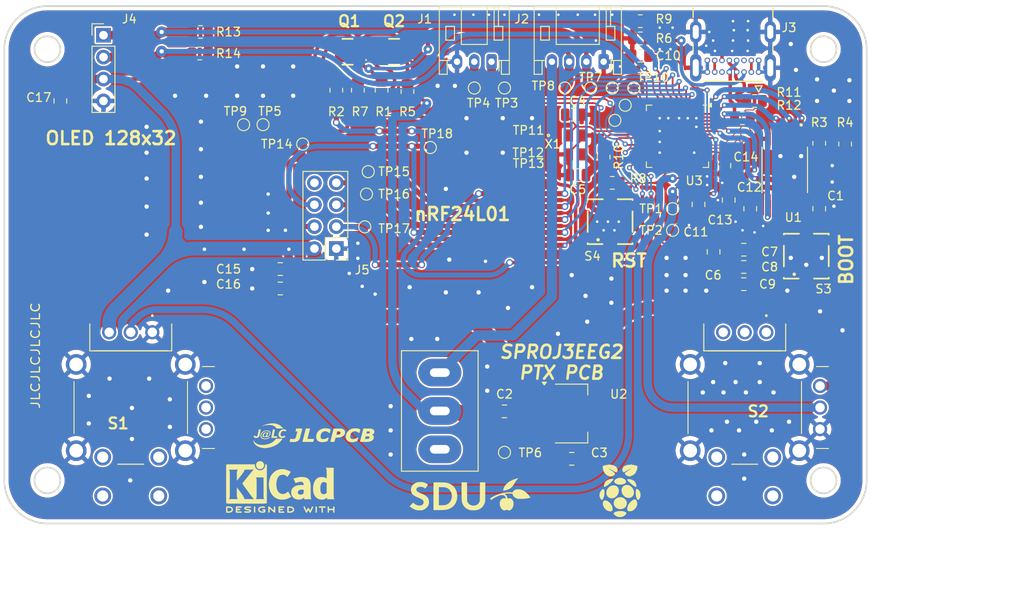
<source format=kicad_pcb>
(kicad_pcb (version 20240108) (generator "pcbnew") (generator_version "8.0")
  (title_block (title "SPROJ3G2 - Controller Logic PCB") (date "2024-11-11") (rev "1.4") (company "SDU Sonderborg") (comment 1 "Author: Bence Toth"))
  (layers (0 "F.Cu" signal) (31 "B.Cu" signal) (34 "B.Paste" user) (35 "F.Paste" user) (36 "B.SilkS" user "B.Silkscreen") (37 "F.SilkS" user "F.Silkscreen") (38 "B.Mask" user) (39 "F.Mask" user) (44 "Edge.Cuts" user))
  (net 0 "")
  (net 1 "+3.3V")
  (net 2 "XIN")
  (net 3 "Net-(C5-Pad1)")
  (net 4 "+1V1")
  (net 5 "SWD")
  (net 6 "SWCLK")
  (net 7 "UART_TX")
  (net 8 "UART_RX")
  (net 9 "Net-(J3-CC2)")
  (net 11 "Net-(J3-CC1)")
  (net 13 "SCK")
  (net 14 "SDA")
  (net 15 "MISO")
  (net 16 "CE")
  (net 17 "CSN")
  (net 18 "MOSI")
  (net 19 "RP_UART_RX")
  (net 20 "RP_UART_TX")
  (net 21 "QSPI_SS")
  (net 22 "Net-(R4-Pad2)")
  (net 23 "RUN")
  (net 24 "XOUT")
  (net 25 "X_POT")
  (net 26 "Y_POT")
  (net 27 "QSPI_CLK")
  (net 28 "QSPI_D3")
  (net 29 "QSPI_D2")
  (net 30 "QSPI_D0")
  (net 31 "QSPI_D1")
  (net 56 "+5V")
  (net 57 "D-")
  (net 58 "D+")
  (net 59 "GND")
  (net 66 "/RP_D+")
  (net 67 "/RP_D-")
  (net 68 "Net-(J2-Pin_4)")
  (net 72 "Net-(U3-GPIO28_ADC2)")
  (net 73 "Net-(U3-GPIO29_ADC3)")
  (net 74 "SCL")
  (net 75 "Net-(U3-GPIO12)")
  (net 76 "Net-(U3-GPIO13)")
  (net 77 "Net-(U3-GPIO14)")
  (net 78 "Net-(U3-GPIO15)")
  (footprint "Symbol:KiCad-Logo2_5mm_SilkScreen" (layer "F.Cu") (at 119 119.75)
    (property "Reference" "REF**" (hide yes))
    (property "Value" "KiCad-Logo2_5mm_SilkScreen" (hide yes))
  )
  (footprint "TestPoint:TestPoint_Pad_D1.0mm" (layer "F.Cu") (at 159 75.5)
    (property "Reference" "TP12")
    (property "Value" "GPIO14")
  )
  (footprint "Resistor_SMD:R_0805_2012Metric" (layer "F.Cu") (at 160.75 65.75 180)
    (property "Reference" "R9")
    (property "Value" "5K1")
  )
  (footprint "SPI_Flash_W25Q128JVSIQ:W25Q128JVSIQ" (layer "F.Cu") (at 177.5 83 -90)
    (property "Reference" "U1")
    (property "Value" "W25Q128JVSIQ")
  )
  (footprint "Resistor_SMD:R_0805_2012Metric" (layer "F.Cu") (at 172.5875 77)
    (property "Reference" "R12")
    (property "Value" "27")
  )
  (footprint "Capacitor_SMD:C_0805_2012Metric" (layer "F.Cu") (at 181.5 87.5 -90)
    (property "Reference" "C1")
    (property "Value" "100n")
  )
  (footprint "USB_C_Port_213716-0001:2137160001" (layer "F.Cu") (at 171.5 64 180)
    (property "Reference" "J3")
    (property "Value" "2137160001" (hide yes))
  )
  (footprint "Resistor_SMD:R_0805_2012Metric" (layer "F.Cu") (at 181.5 79.9125 90)
    (property "Reference" "R3")
    (property "Value" "DNP")
  )
  (footprint "Capacitor_SMD:C_0805_2012Metric" (layer "F.Cu") (at 145 111)
    (property "Reference" "C2")
    (property "Value" "0.1u")
  )
  (footprint "Capacitor_SMD:C_0805_2012Metric" (layer "F.Cu") (at 172.75 92.25 180)
    (property "Reference" "C7")
    (property "Value" "100n")
  )
  (footprint "TestPoint:TestPoint_Pad_D1.0mm" (layer "F.Cu") (at 117 77.75 -90)
    (property "Reference" "TP5")
    (property "Value" "GNDTP")
  )
  (footprint "Resistor_SMD:R_0805_2012Metric" (layer "F.Cu") (at 184.5 80 -90)
    (property "Reference" "R4")
    (property "Value" "1K")
  )
  (footprint "Capacitor_SMD:C_0805_2012Metric" (layer "F.Cu") (at 152.8 116.5)
    (property "Reference" "C3")
    (property "Value" "0.1u")
  )
  (footprint "TestPoint:TestPoint_Pad_D1.0mm" (layer "F.Cu") (at 145 115.75 -90)
    (property "Reference" "TP6")
    (property "Value" "+5VTP")
  )
  (footprint "TestPoint:TestPoint_Pad_D1.0mm" (layer "F.Cu") (at 164.5 90)
    (property "Reference" "TP2")
    (property "Value" "ADC3")
  )
  (footprint "TestPoint:TestPoint_Pad_D1.0mm" (layer "F.Cu") (at 141.5 73.5 -90)
    (property "Reference" "TP4")
    (property "Value" "SWCLKTP")
  )
  (footprint "Resistor_SMD:R_0805_2012Metric" (layer "F.Cu") (at 109.75 67)
    (property "Reference" "R13")
    (property "Value" "5K1")
  )
  (footprint "Resistor_SMD:R_0805_2012Metric" (layer "F.Cu") (at 128 73.75 -90)
    (property "Reference" "R7")
    (property "Value" "5K1")
  )
  (footprint "Resistor_SMD:R_0805_2012Metric" (layer "F.Cu") (at 156.5 81.5125 -90)
    (property "Reference" "R10")
    (property "Value" "1K")
  )
  (footprint "TestPoint:TestPoint_Pad_D1.0mm" (layer "F.Cu") (at 128.8 89.6)
    (property "Reference" "TP17")
    (property "Value" "CETP")
  )
  (footprint "Capacitor_SMD:C_0805_2012Metric" (layer "F.Cu") (at 167.5 87 -90)
    (property "Reference" "C11")
    (property "Value" "1u")
  )
  (footprint "Package_DFN_QFN:QFN-56-1EP_7x7mm_P0.4mm_EP3.2x3.2mm" (layer "F.Cu") (at 165.0625 79.1 -90)
    (property "Reference" "U3")
    (property "Value" "RP2040")
  )
  (footprint "Capacitor_SMD:C_0805_2012Metric" (layer "F.Cu") (at 170.5 82.5 -90)
    (property "Reference" "C14")
    (property "Value" "1u")
  )
  (footprint "Capacitor_SMD:C_0805_2012Metric" (layer "F.Cu") (at 172.75 94.25 180)
    (property "Reference" "C8")
    (property "Value" "100n")
  )
  (footprint "Resistor_SMD:R_0805_2012Metric" (layer "F.Cu") (at 174 75)
    (property "Reference" "R11")
    (property "Value" "27")
  )
  (footprint "Connector_PinHeader_2.54mm:PinHeader_1x04_P2.54mm_Vertical" (layer "F.Cu") (at 98.5 67.38)
    (property "Reference" "J4")
    (property "Value" "OLED Con")
  )
  (footprint "Capacitor_SMD:C_0805_2012Metric" (layer "F.Cu") (at 93.5 75 -90)
    (property "Reference" "C17")
    (property "Value" "1u")
  )
  (footprint "Resistor_SMD:R_0805_2012Metric" (layer "F.Cu") (at 160.75 67.75 180)
    (property "Reference" "R6")
    (property "Value" "5K1")
  )
  (footprint "LOGO" (layer "F.Cu") (at 141 120.6)
    (property "Reference" "G***" (hide yes))
    (property "Value" "LOGO" (hide yes))
  )
  (footprint "TestPoint:TestPoint_Pad_D1.0mm" (layer "F.Cu") (at 145 73.5 -90)
    (property "Reference" "TP3")
    (property "Value" "SWDTP")
  )
  (footprint "TestPoint:TestPoint_Pad_D1.0mm" (layer "F.Cu") (at 121.6 80)
    (property "Reference" "TP14")
    (property "Value" "CSNTP")
  )
  (footprint "Capacitor_SMD:C_0805_2012Metric" (layer "F.Cu") (at 171 86.5 -90)
    (property "Reference" "C13")
    (property "Value" "100n")
  )
  (footprint "Crystal_12MHz:ABM8-272-T3_ABR" (layer "F.Cu") (at 153.199999 80.1)
    (property "Reference" "X1")
    (property "Value" "ABM8-272-T3")
  )
  (footprint "Capacitor_SMD:C_0805_2012Metric" (layer "F.Cu") (at 153 76.6)
    (property "Reference" "C4")
    (property "Value" "15p")
  )
  (footprint "Resistor_SMD:R_0805_2012Metric" (layer "F.Cu") (at 133.75 73.9125 90)
    (property "Reference" "R5")
    (property "Value" "5K1")
  )
  (footprint "TestPoint:TestPoint_Pad_D1.0mm" (layer "F.Cu") (at 155 73.5 -90)
    (property "Reference" "TP7")
    (property "Value" "UARTRXTP")
  )
  (footprint "Switch_431183015816:431183015816" (layer "F.Cu") (at 157.25 89)
    (property "Reference" "S4")
    (property "Value" "431183015816")
  )
  (footprint "NMOS_ZXMN3A03E6TA:ZXMN3A03E6TA" (layer "F.Cu") (at 132.2 69.3 90)
    (property "Reference" "Q2")
    (property "Value" "ZXMN3A03E6TA" (hide yes))
  )
  (footprint "Resistor_SMD:R_0805_2012Metric" (layer "F.Cu") (at 130.75 73.75 90)
    (property "Reference" "R1")
    (property "Value" "5K1")
  )
  (footprint "TestPoint:TestPoint_Pad_D1.0mm" (layer "F.Cu") (at 129 85.8)
    (property "Reference" "TP16")
    (property "Value" "SCKTP")
  )
  (footprint "Capacitor_SMD:C_0805_2012Metric" (layer "F.Cu") (at 172.75 96.25 180)
    (property "Reference" "C9")
    (property "Value" "100n")
  )
  (footprint "Capacitor_SMD:C_0805_2012Metric" (layer "F.Cu") (at 160.75 69.75 180)
    (property "Reference" "C10")
    (property "Value" "100n")
  )
  (footprint "TestPoint:TestPoint_Pad_D1.0mm" (layer "F.Cu") (at 136.4 80.4)
    (property "Reference" "TP18")
    (property "Value" "MOSITP")
  )
  (footprint "Toggle_Switch_MTS-102:Toggle_Switch_MTS-102" (layer "F.Cu") (at 137.5 110.95 90)
    (property "Reference" "SW1" (hide yes))
    (property "Value" "MTS-102")
  )
  (footprint "Joystick_THB001P:THB001P" (layer "F.Cu") (at 175.3625 101.825)
    (property "Reference" "S2")
    (property "Value" "THB001P" (hide yes))
  )
  (footprint "Resistor_SMD:R_0805_2012Metric" (layer "F.Cu") (at 109.6625 69.5)
    (property "Reference" "R14")
    (property "Value" "5K1")
  )
  (footprint "TestPoint:TestPoint_Pad_D1.0mm" (layer "F.Cu") (at 114.75 77.75 -90)
    (property "Reference" "TP9")
    (property "Value" "GNDTP")
  )
  (footprint "Capacitor_SMD:C_0805_2012Metric" (layer "F.Cu") (at 173.5 87.5 -90)
    (property "Reference" "C12")
    (property "Value" "100n")
  )
  (footprint "Resistor_SMD:R_0805_2012Metric" (layer "F.Cu") (at 125.5 73.75 -90)
    (property "Reference" "R2")
    (property "Value" "5K1")
  )
  (footprint "TestPoint:TestPoint_Pad_D1.0mm" (layer "F.Cu") (at 157.8 77.25)
    (property "Reference" "TP13")
    (property "Value" "GPIO15")
  )
  (footprint "Package_TO_SOT_SMD:SOT-223-3_TabPin2" (layer "F.Cu") (at 152.75 111.25)
    (property "Reference" "U2")
    (property "Value" "AMS1117-3.3")
  )
  (footprint "Capacitor_SMD:C_0805_2012Metric" (layer "F.Cu") (at 169.25 92.5 -90)
    (property "Reference" "C6")
    (property "Value" "100n")
  )
  (footprint "TestPoint:TestPoint_Pad_D1.0mm" (layer "F.Cu") (at 164.5 87.5)
    (property "Reference" "TP1")
    (property "Value" "ADC2")
  )
  (footprint "TestPoint:TestPoint_Pad_D1.0mm" (layer "F.Cu") (at 129.2 83.2)
    (property "Reference" "TP15")
    (property "Value" "MISOTP")
  )
  (footprint "LOGO" (layer "F.Cu") (at 122.8 113.8)
    (property "Reference" "G***" (hide yes))
    (property "Value" "LOGO" (hide yes))
  )
  (footprint "TestPoint:TestPoint_Pad_D1.0mm" (layer "F.Cu") (at 160 73.5)
    (property "Reference" "TP11")
    (property "Value" "GPIO13")
  )
  (footprint "Resistor_SMD:R_0805_2012Metric" (layer "F.Cu") (at 157.5 84.5 180)
    (property "Reference" "R8")
    (property "Value" "10K")
  )
  (footprint "LOGO" (layer "F.Cu") (at 158.4 120.2)
    (property "Reference" "G***" (hide yes))
    (property "Value" "LOGO" (hide yes))
  )
  (footprint "Connector_JST:JST_PH_S4B-PH-K_1x04_P2.00mm_Horizontal" (layer "F.Cu") (at 156.5 70.45 180)
    (property "Reference" "J2")
    (property "Value" "BMS Con")
  )
  (footprint "Connector_PinHeader_2.54mm:PinHeader_2x04_P2.54mm_Vertical" (layer "F.Cu") (at 125.5 92.12 180)
    (property "Reference" "J5")
    (property "Value" "RF_Con")
  )
  (footprint "Joystick_THB001P:THB001P" (layer "F.Cu") (at 104.1625 101.825)
    (property "Reference" "S1")
    (property "Value" "THB001P" (hide yes))
  )
  (footprint "Capacitor_SMD:C_0805_2012Metric" (layer "F.Cu") (at 153.5 83.6 180)
    (property "Reference" "C5")
    (property "Value" "15p")
  )
  (footprint "TestPoint:TestPoint_Pad_D1.0mm" (layer "F.Cu") (at 157.5 73.5)
    (property "Reference" "TP10")
    (property "Value" "GPIO12")
  )
  (footprint "Switch_431183015816:431183015816" (layer "F.Cu") (at 180 93)
    (property "Reference" "S3")
    (property "Value" "431183015816")
  )
  (footprint "Connector_JST:JST_PH_S3B-PH-K_1x03_P2.00mm_Horizontal" (layer "F.Cu") (at 143.5 70.45 180)
    (property "Reference" "J1")
    (property "Value" "SWDIO Con")
  )
  (footprint "TestPoint:TestPoint_Pad_D1.0mm" (layer "F.Cu") (at 152 73.5 -90)
    (property "Reference" "TP8")
    (property "Value" "UARTTXTP")
  )
  (footprint "Capacitor_SMD:C_0805_2012Metric" (layer "F.Cu") (at 119 96.75 180)
    (property "Reference" "C16")
    (property "Value" "100n")
  )
  (footprint "Capacitor_SMD:C_0805_2012Metric" (layer "F.Cu") (at 119 94.5 180)
    (property "Reference" "C15")
    (property "Value" "10u")
  )
  (footprint "NMOS_ZXMN3A03E6TA:ZXMN3A03E6TA" (layer "F.Cu") (at 126.8 69.3 90)
    (property "Reference" "Q1")
    (property "Value" "ZXMN3A03E6TA" (hide yes))
  )
  (gr_arc (start 187 118.999999) (mid 185.535535 122.535533) (end 182.000001 124) (stroke (width 0.2)) (layer "Edge.Cuts"))
  (gr_arc (start 87 69) (mid 88.464466 65.464466) (end 92 64) (stroke (width 0.2)) (layer "Edge.Cuts"))
  (gr_line (start 92.000001 124) (end 182.000001 124) (stroke (width 0.2)) (layer "Edge.Cuts"))
  (gr_arc (start 92.000001 124) (mid 88.464467 122.535535) (end 87 119.000001) (stroke (width 0.2)) (layer "Edge.Cuts"))
  (gr_circle (center 91.999999 69) (end 91.999999 67.5) (stroke (width 0.2)) (fill none) (layer "Edge.Cuts"))
  (gr_line (start 182 64) (end 92 64) (stroke (width 0.2)) (layer "Edge.Cuts"))
  (gr_circle (center 91.999999 119) (end 91.999999 117.5) (stroke (width 0.2)) (fill none) (layer "Edge.Cuts"))
  (gr_line (start 87 69) (end 87 119.000001) (stroke (width 0.2)) (layer "Edge.Cuts"))
  (gr_circle (center 182.000001 69) (end 182.000001 67.5) (stroke (width 0.2)) (fill none) (layer "Edge.Cuts"))
  (gr_arc (start 182 64) (mid 185.535534 65.464466) (end 187 69) (stroke (width 0.2)) (layer "Edge.Cuts"))
  (gr_circle (center 182.000001 119) (end 182.000001 117.5) (stroke (width 0.2)) (fill none) (layer "Edge.Cuts"))
  (gr_line (start 187 118.999999) (end 187 69) (stroke (width 0.2)) (layer "Edge.Cuts"))
  (gr_text "BOOT" (at 185.5 96.5 90) (layer "F.SilkS") (effects (font (size 1.5 1.5) (thickness 0.3) (bold yes)) (justify left bottom)))
  (gr_text "nRF24L01" (at 134.4 89 0) (layer "F.SilkS") (effects (font (size 1.5 1.5) (thickness 0.3) (bold yes)) (justify left bottom)))
  (gr_text "SPROJ3EEG2\nPTX PCB" (at 151.6 107.4 0) (layer "F.SilkS") (effects (font (size 1.5 1.5) (thickness 0.3) (bold yes) (italic yes)) (justify bottom)))
  (gr_text "JLCJLCJLCJLC" (at 91.2 110.8 90) (layer "F.SilkS") (effects (font (size 1 1.2)) (justify left bottom)))
  (gr_text "RST" (at 157.2 94.4 0) (layer "F.SilkS") (effects (font (size 1.5 1.5) (thickness 0.3) (bold yes)) (justify left bottom)))
  (gr_text "OLED 128x32" (at 91.6 80.2 0) (layer "F.SilkS") (effects (font (size 1.5 1.5) (thickness 0.3) (bold yes)) (justify left bottom)))
  (segment (start 164.0625 76.052364) (end 164.0625 75.6625) (width 0.2) (layer "F.Cu") (net 1))
  (segment (start 169.5 79.5) (end 169.4 79.4) (width 0.2) (layer "F.Cu") (net 1))
  (segment (start 179.405 86.64389) (end 179.405 88.308621) (width 0.6) (layer "F.Cu") (net 1))
  (segment (start 110.6625 69.350628) (end 110.6625 67) (width 1) (layer "F.Cu") (net 1))
  (segment (start 110.575 69.561871) (end 110.575 72.331966) (width 0.4) (layer "F.Cu") (net 1))
  (segment (start 179.49889 86.55) (end 181.5 86.55) (width 0.6) (layer "F.Cu") (net 1))
  (segment (start 167.58125 73.58125) (end 167.61875 73.61875) (width 0.2) (layer "F.Cu") (net 1))
  (segment (start 119.95 94.5) (end 119.95 92.285355) (width 1) (layer "F.Cu") (net 1))
  (segment (start 132.85 67.8) (end 133.4 68.35) (width 0.4) (layer "F.Cu") (net 1))
  (segment (start 98.5 72.46) (end 110.446966 72.46) (width 0.4) (layer "F.Cu") (net 1))
  (segment (start 169.25 91.55) (end 169.25 89.926776) (width 0.6) (layer "F.Cu") (net 1))
  (segment (start 172.962652 91.512652) (end 173.7 92.25) (width 0.6) (layer "F.Cu") (net 1))
  (segment (start 126.323223 78.5) (end 124.707106 78.5) (width 0.4) (layer "F.Cu") (net 1))
  (segment (start 158 80) (end 158 79.641421) (width 0.2) (layer "F.Cu") (net 1))
  (segment (start 142.593792 101.593792) (end 144.906207 103.906207) (width 1.6) (layer "F.Cu") (net 1))
  (segment (start 123.874999 68.124999) (end 123.98986 68.010139) (width 0.4) (layer "F.Cu") (net 1))
  (segment (start 167.6625 73.724371) (end 167.6625 75.39557) (width 0.2) (layer "F.Cu") (net 1))
  (segment (start 160.625 84.5) (end 162.198183 84.5) (width 0.2) (layer "F.Cu") (net 1))
  (segment (start 177.975 89) (end 178.713621 89) (width 0.6) (layer "F.Cu") (net 1))
  (segment (start 168.414644 79.75) (end 168.25 79.75) (width 0.1) (layer "F.Cu") (net 1))
  (segment (start 122.96 94.431715) (end 122.96 92.12) (width 1.6) (layer "F.Cu") (net 1))
  (segment (start 126.122182 67.25) (end 125.825 67.25) (width 0.4) (layer "F.Cu") (net 1))
  (segment (start 168.5 79.3) (end 169.158578 79.3) (width 0.2) (layer "F.Cu") (net 1))
  (segment (start 122.98 94.48) (end 126.906207 98.406207) (width 1.6) (layer "F.Cu") (net 1))
  (segment (start 169.5 88.5) (end 169.5 89.323223) (width 0.6) (layer "F.Cu") (net 1))
  (segment (start 167.61875 73.61875) (end 167.70625 73.70625) (width 0.2) (layer "F.Cu") (net 1))
  (segment (start 119.95 94.5) (end 122.891715 94.5) (width 1) (layer "F.Cu") (net 1))
  (segment (start 169.625 89.625) (end 170.487347 90.487347) (width 0.6) (layer "F.Cu") (net 1))
  (segment (start 168.3 81.9) (end 168.5 81.7) (width 0.2) (layer "F.Cu") (net 1))
  (segment (start 138.746036 100) (end 130.753963 100) (width 1.6) (layer "F.Cu") (net 1))
  (segment (start 119.95 94.5) (end 119.95 96.75) (width 1) (layer "F.Cu") (net 1))
  (segment (start 131.522182 67.25) (end 129.877817 67.25) (width 0.4) (layer "F.Cu") (net 1))
  (segment (start 120 92.2) (end 119.975 92.225) (width 1) (layer "F.Cu") (net 1))
  (segment (start 176.225215 89.724784) (end 173.7 92.25) (width 0.6) (layer "F.Cu") (net 1))
  (segment (start 94.537347 73.012652) (end 93.5 74.05) (width 1) (layer "F.Cu") (net 1))
  (segment (start 156.748527 102.251471) (end 158.406207 100.593792) (width 1.5) (layer "F.Cu") (net 1))
  (segment (start 159.875 84.5) (end 158.4125 84.5) (width 0.2) (layer "F.Cu") (net 1))
  (segment (start 162.253963 99) (end 173.714644 99) (width 1.5) (layer "F.Cu") (net 1))
  (segment (start 167.6625 75.92943) (end 167.6625 76.052364) (width 0.2) (layer "F.Cu") (net 1))
  (segment (start 98.5 72.46) (end 96.568284 72.46) (width 1) (layer "F.Cu") (net 1))
  (segment (start 167.775 86.05) (end 167.614904 86.05) (width 0.6) (layer "F.Cu") (net 1))
  (segment (start 181.5 86.55) (end 181.5 80.825) (width 0.6) (layer "F.Cu") (net 1))
  (segment (start 167.65 85.9) (end 167.58125 85.96875) (width 0.4) (layer "F.Cu") (net 1))
  (segment (start 110.553033 72.46) (end 122.931715 72.46) (width 0.4) (layer "F.Cu") (net 1))
  (segment (start 123 72.471715) (end 123 72.528284) (width 0.4) (layer "F.Cu") (net 1))
  (segment (start 173.7 94.25) (end 173.7 92.25) (width 1) (layer "F.Cu") (net 1))
  (segment (start 155.9 104.3) (end 155.9 106.7) (width 1.5) (layer "F.Cu") (net 1))
  (segment (start 128 68.35) (end 127.45 67.8) (width 0.4) (layer "F.Cu") (net 1))
  (segment (start 182.281845 108.055) (end 181.5925 108.055) (width 1) (layer "F.Cu") (net 1))
  (segment (start 155.9 111.25) (end 152.106066 111.25) (width 1.5) (layer "F.Cu") (net 1))
  (segment (start 167.6625 75.39557) (end 167.6625 75.92943) (width 0.2) (layer "F.Cu") (net 1))
  (segment (start 167.9 82.3) (end 167.6625 82.5375) (width 0.2) (layer "F.Cu") (net 1))
  (segment (start 175.775 99) (end 173.785355 99) (width 1) (layer "F.Cu") (net 1))
  (segment (start 151.893933 111.25) (end 149.6 111.25) (width 1.5) (layer "F.Cu") (net 1))
  (segment (start 151.85 111.506066) (end 151.85 116.5) (width 1) (layer "F.Cu") (net 1))
  (segment (start 165 70.25) (end 165.058058 70.308058) (width 0.2) (layer "F.Cu") (net 1))
  (segment (start 169.25 91.55) (end 163.591421 91.55) (width 0.2) (layer "F.Cu") (net 1))
  (segment (start 110.553033 72.46) (end 110.446966 72.46) (width 0.4) (layer "F.Cu") (net 1))
  (segment (start 173.7 98.914644) (end 173.7 96.25) (width 1) (layer "F.Cu") (net 1))
  (segment (start 167.6625 82.5375) (end 167.6625 85.772595) (width 0.2) (layer "F.Cu") (net 1))
  (segment (start 155.9 111.25) (end 155.9 106.7) (width 1.5) (layer "F.Cu") (net 1))
  (segment (start 158.341421 79.3) (end 161.625 79.3) (width 0.2) (layer "F.Cu") (net 1))
  (segment (start 159.875 84.5) (end 160.625 84.5) (width 0.2) (layer "F.Cu") (net 1))
  (segment (start 163.873751 83.260108) (end 162.94193 84.19193) (width 0.2) (layer "F.Cu") (net 1))
  (segment (start 127.375 72.8375) (end 128 72.8375) (width 0.4) (layer "F.Cu") (net 1))
  (segment (start 163.792893 69.75) (end 161.7 69.75) (width 0.2) (layer "F.Cu") (net 1))
  (segment (start 123 72.528284) (end 123 76.792893) (width 0.4) (layer "F.Cu") (net 1))
  (segment (start 168.5 79.3) (end 168.5 79.664644) (width 0.1) (layer "F.Cu") (net 1))
  (segment (start 151.893933 111.25) (end 152.106066 111.25) (width 1.5) (layer "F.Cu") (net 1))
  (segment (start 126.125 72.8375) (end 127.375 72.8375) (width 0.4) (layer "F.Cu") (net 1))
  (segment (start 128 68.35) (end 128.55 67.8) (width 0.4) (layer "F.Cu") (net 1))
  (segment (start 164.0625 82.80443) (end 164.0625 82.5375) (width 0.2) (layer "F.Cu") (net 1))
  (segment (start 173.785355 99) (end 173.714644 99) (width 1) (layer "F.Cu") (net 1))
  (segment (start 160.25 84.875) (end 160.25 85.25) (width 0.2) (layer "F.Cu") (net 1))
  (segment (start 182.41005 103.61005) (end 179.231891 100.431891) (width 1) (layer "F.Cu") (net 1))
  (segment (start 168.012132 85.75) (end 169.25 85.75) (width 0.4) (layer "F.Cu") (net 1))
  (segment (start 168.5 73.75) (end 167.811871 73.75) (width 0.2) (layer "F.Cu") (net 1))
  (segment (start 165.941941 72.441941) (end 166.823223 73.323223) (width 0.2) (layer "F.Cu") (net 1))
  (segment (start 163.25 91.208578) (end 163.25 85.551816) (width 0.2) (layer "F.Cu") (net 1))
  (segment (start 183.4 106.936845) (end 183.4 106) (width 1) (layer "F.Cu") (net 1))
  (segment (start 173.7 94.25) (end 173.7 96.25) (width 1) (layer "F.Cu") (net 1))
  (segment (start 154.7 105.5) (end 148.753963 105.5) (width 1.6) (layer "F.Cu") (net 1))
  (segment (start 110.2 92.2) (end 114.8 92.2) (width 1) (layer "F.Cu") (net 1))
  (segment (start 167.385095 73.5) (end 167.25 73.5) (width 0.2) (layer "F.Cu") (net 1))
  (segment (start 126.75 73.4625) (end 126.75 78.073223) (width 0.4) (layer "F.Cu") (net 1))
  (segment (start 96.471715 72.5) (end 95.775 72.5) (width 1) (layer "F.Cu") (net 1))
  (segment (start 168.3 81.9) (end 167.9 82.3) (width 0.2) (layer "F.Cu") (net 1))
  (segment (start 167.314864 76.4) (end 164.410135 76.4) (width 0.2) (layer "F.Cu") (net 1))
  (segment (start 168.5 81.7) (end 168.5 81.3) (width 0.2) (layer "F.Cu") (net 1))
  (segment (start 123 72.471715) (end 123 70.237436) (width 0.4) (layer "F.Cu") (net 1))
  (segment (start 168.792893 86.792893) (end 168.244454 86.244454) (width 0.6) (layer "F.Cu") (net 1))
  (segment (start 114.8 92.2) (end 120 92.2) (width 1) (layer "F.Cu") (net 1))
  (segment (start 126.125 72.8375) (end 125.5 72.8375) (width 0.4) (layer "F.Cu") (net 1))
  (via (at 110.2 92.2) (size 1) (drill 0.4) (layers "F.Cu" "B.Cu") (net 1))
  (via (at 120 92.2) (size 1) (drill 0.4) (layers "F.Cu" "B.Cu") (net 1))
  (via (at 114.8 92.2) (size 1) (drill 0.4) (layers "F.Cu" "B.Cu") (net 1))
  (via (at 158 80) (size 0.6) (drill 0.3) (layers "F.Cu" "B.Cu") (net 1))
  (via (at 169.5 79.5) (size 0.6) (drill 0.3) (layers "F.Cu" "B.Cu") (net 1))
  (via (at 169.25 85.75) (size 0.6) (drill 0.3) (layers "F.Cu" "B.Cu") (net 1))
  (via (at 168.5 73.75) (size 0.6) (drill 0.3) (layers "F.Cu" "B.Cu") (net 1))
  (via (at 160.25 85.25) (size 0.6) (drill 0.3) (layers "F.Cu" "B.Cu") (net 1))
  (arc (start 123 72.528284) (mid 122.994802 72.502152) (end 122.98 72.48) (width 0.4) (layer "F.Cu") (net 1))
  (arc (start 164.0625 82.80443) (mid 164.013445 83.051041) (end 163.873751 83.260108) (width 0.2) (layer "F.Cu") (net 1))
  (arc (start 167.6625 73.724371) (mid 167.651129 73.667209) (end 167.61875 73.61875) (width 0.2) (layer "F.Cu") (net 1))
  (arc (start 179.4325 86.5775) (mid 179.412147 86.60796) (end 179.405 86.64389) (width 0.6) (layer "F.Cu") (net 1))
  (arc (start 167.6625 76.052364) (mid 167.636037 76.185398) (end 167.56068 76.29818) (width 0.2) (layer "F.Cu") (net 1))
  (arc (start 129.877817 67.25) (mid 129.159207 67.39294) (end 128.55 67.8) (width 0.4) (layer "F.Cu") (net 1))
  (arc (start 167.6625 85.772595) (mid 167.641383 85.878753) (end 167.58125 85.96875) (width 0.2) (layer "F.Cu") (net 1))
  (arc (start 165.5 71.375) (mid 165.614856 71.952424) (end 165.941941 72.441941) (width 0.2) (layer "F.Cu") (net 1))
  (arc (start 179.231891 100.431891) (mid 177.645855 99.372136) (end 175.775 99) (width 1) (layer "F.Cu") (net 1))
  (arc (start 167.70625 73.70625) (mid 167.67832 73.700694) (end 167.6625 73.724371) (width 0.2) (layer "F.Cu") (net 1))
  (arc (start 162.94193 84.19193) (mid 162.814323 84.5) (end 162.94193 84.80807) (width 0.2) (layer "F.Cu") (net 1))
  (arc (start 167.614904 86.05) (mid 167.570932 86.020618) (end 167.58125 85.96875) (width 0.6) (layer "F.Cu") (net 1))
  (arc (start 110.575 72.331966) (mid 110.565254 72.380962) (end 110.5375 72.4225) (width 0.4) (layer "F.Cu") (net 1))
  (arc (start 173.725 98.975) (mid 173.752691 98.993502) (end 173.785355 99) (width 1) (layer "F.Cu") (net 1))
  (arc (start 122.96 94.431715) (mid 122.965197 94.457846) (end 122.98 94.48) (width 1.6) (layer "F.Cu") (net 1))
  (arc (start 168.244454 86.244454) (mid 168.029066 86.100536) (end 167.775 86.05) (width 0.6) (layer "F.Cu") (net 1))
  (arc (start 125.825 67.25) (mid 124.831829 67.447553) (end 123.98986 68.010139) (width 0.4) (layer "F.Cu") (net 1))
  (arc (start 122.98 94.48) (mid 122.96 94.471715) (end 122.94 94.48) (width 1.6) (layer "F.Cu") (net 1))
  (arc (start 127.45 67.8) (mid 126.840792 67.39294) (end 126.122182 67.25) (width 0.4) (layer "F.Cu") (net 1))
  (arc (start 166.823223 73.323223) (mid 167.01903 73.454057) (end 167.25 73.5) (width 0.2) (layer "F.Cu") (net 1))
  (arc (start 183.4 106.936845) (mid 183.314885 107.364744) (end 183.0725 107.7275) (width 1) (layer "F.Cu") (net 1))
  (arc (start 168.012132 85.75) (mid 167.816147 85.788983) (end 167.65 85.9) (width 0.4) (layer "F.Cu") (net 1))
  (arc (start 95.775 72.5) (mid 95.105187 72.633233) (end 94.537347 73.012652) (width 1) (layer "F.Cu") (net 1))
  (arc (start 165.058058 70.308058) (mid 165.385143 70.797575) (end 165.5 71.375) (width 0.2) (layer "F.Cu") (net 1))
  (arc (start 167.70625 73.70625) (mid 167.754709 73.738629) (end 167.811871 73.75) (width 0.2) (layer "F.Cu") (net 1))
  (arc (start 167.58125 85.96875) (mid 167.58125 85.96875) (end 167.58125 85.96875) (width 0.4) (layer "F.Cu") (net 1))
  (arc (start 173.714644 99) (mid 173.728174 98.990959) (end 173.725 98.975) (width 1.5) (layer "F.Cu") (net 1))
  (arc (start 164.16432 76.29818) (mid 164.2771 76.373537) (end 164.410135 76.4) (width 0.2) (layer "F.Cu") (net 1))
  (arc (start 126.625 78.375) (mid 126.486543 78.467513) (end 126.323223 78.5) (width 0.4) (layer "F.Cu") (net 1))
  (arc (start 144.906207 103.906207) (mid 146.671572 105.085786) (end 148.753963 105.5) (width 1.6) (layer "F.Cu") (net 1))
  (arc (start 110.61875 69.45625) (mid 110.58637 69.504709) (end 110.575 69.561871) (width 1) (layer "F.Cu") (net 1))
  (arc (start 122.98 72.48) (mid 122.957846 72.465197) (end 122.931715 72.46) (width 0.4) (layer "F.Cu") (net 1))
  (arc (start 158.1 79.4) (mid 158.025989 79.510764) (end 158 79.641421) (width 0.2) (layer "F.Cu") (net 1))
  (arc (start 162.198183 84.5) (mid 162.600696 84.419935) (end 162.94193 84.19193) (width 0.2) (layer "F.Cu") (net 1))
  (arc (start 162.253963 99) (mid 160.171572 99.414213) (end 158.406207 100.593792) (width 1.5) (layer "F.Cu") (net 1))
  (arc (start 122.94 94.48) (mid 122.917846 94.494802) (end 122.891715 94.5) (width 1) (layer "F.Cu") (net 1))
  (arc (start 164.0625 76.052364) (mid 164.088962 76.185398) (end 164.16432 76.29818) (width 0.2) (layer "F.Cu") (net 1))
  (arc (start 155.9 106.7) (mid 155.548528 105.851471) (end 154.7 105.5) (width 1.5) (layer "F.Cu") (net 1))
  (arc (start 152.106066 111.25) (mid 152.008073 111.269491) (end 151.925 111.325) (width 1.5) (layer "F.Cu") (net 1))
  (arc (start 160.25 84.875) (mid 160.140165 84.609834) (end 159.875 84.5) (width 0.2) (layer "F.Cu") (net 1))
  (arc (start 168.792893 86.792893) (mid 169.316228 87.57612) (end 169.5 88.5) (width 0.6) (layer "F.Cu") (net 1))
  (arc (start 119.975 92.225) (mid 119.956497 92.252691) (end 119.95 92.285355) (width 1) (layer "F.Cu") (net 1))
  (arc (start 168.475 79.725) (mid 168.447308 79.743502) (end 168.414644 79.75) (width 0.1) (layer "F.Cu") (net 1))
  (arc (start 96.52 72.48) (mid 96.497846 72.494802) (end 96.471715 72.5) (width 1) (layer "F.Cu") (net 1))
  (arc (start 169.4 79.4) (mid 169.289234 79.325989) (end 169.158578 79.3) (width 0.2) (layer "F.Cu") (net 1))
  (arc (start 132.85 67.8) (mid 132.240792 67.39294) (end 131.522182 67.25) (width 0.4) (layer "F.Cu") (net 1))
  (arc (start 179.49889 86.55) (mid 179.46296 86.557147) (end 179.4325 86.5775) (width 0.6) (layer "F.Cu") (net 1))
  (arc (start 167.58125 73.58125) (mid 167.491253 73.521116) (end 167.385095 73.5) (width 0.2) (layer "F.Cu") (net 1))
  (arc (start 162.94193 84.80807) (mid 163.169935 85.149303) (end 163.25 85.551816) (width 0.2) (layer "F.Cu") (net 1))
  (arc (start 122.98 72.48) (mid 122.992767 72.482539) (end 123 72.471715) (width 0.4) (layer "F.Cu") (net 1))
  (arc (start 163.25 91.208578) (mid 163.275989 91.339234) (end 163.35 91.45) (width 0.2) (layer "F.Cu") (net 1))
  (arc (start 126.906207 98.406207) (mid 128.671572 99.585786) (end 130.753963 100) (width 1.6) (layer "F.Cu") (net 1))
  (arc (start 172.962652 91.512652) (mid 172.394812 91.133233) (end 171.725 91) (width 0.6) (layer "F.Cu") (net 1))
  (arc (start 165 70.25) (mid 164.446174 69.879945) (end 163.792893 69.75) (width 0.2) (layer "F.Cu") (net 1))
  (arc (start 123 76.792893) (mid 123.129945 77.446174) (end 123.5 78) (width 0.4) (layer "F.Cu") (net 1))
  (arc (start 156.748527 102.251471) (mid 156.120524 103.191344) (end 155.9 104.3) (width 1.5) (layer "F.Cu") (net 1))
  (arc (start 170.487347 90.487347) (mid 171.055187 90.866765) (end 171.725 91) (width 0.6) (layer "F.Cu") (net 1))
  (arc (start 154.7 105.5) (mid 155.548528 105.148528) (end 155.9 104.3) (width 1.6) (layer "F.Cu") (net 1))
  (arc (start 127.375 72.8375) (mid 126.933058 73.020558) (end 126.75 73.4625) (width 0.4) (layer "F.Cu") (net 1))
  (arc (start 179.405 88.308621) (mid 179.352371 88.5732) (end 179.2025 88.7975) (width 0.6) (layer "F.Cu") (net 1))
  (arc (start 182.41005 103.61005) (mid 183.14272 104.706568) (end 183.4 106) (width 1) (layer "F.Cu") (net 1))
  (arc (start 158.341421 79.3) (mid 158.210764 79.325989) (end 158.1 79.4) (width 0.2) (layer "F.Cu") (net 1))
  (arc (start 122.94 94.48) (mid 122.954802 94.457846) (end 122.96 94.431715) (width 1) (layer "F.Cu") (net 1))
  (arc (start 168.5 79.664644) (mid 168.493502 79.697308) (end 168.475 79.725) (width 0.1) (layer "F.Cu") (net 1))
  (arc (start 160.625 84.5) (mid 160.359834 84.609834) (end 160.25 84.875) (width 0.2) (layer "F.Cu") (net 1))
  (arc (start 151.925 111.325) (mid 151.869491 111.408073) (end 151.85 111.506066) (width 1) (layer "F.Cu") (net 1))
  (arc (start 177.975 89) (mid 177.028023 89.188365) (end 176.225215 89.724784) (width 0.6) (layer "F.Cu") (net 1))
  (arc (start 110.6625 69.350628) (mid 110.651129 69.40779) (end 110.61875 69.45625) (width 1) (layer "F.Cu") (net 1))
  (arc (start 162.94193 84.80807) (mid 162.600696 84.580064) (end 162.198183 84.5) (width 0.2) (layer "F.Cu") (net 1))
  (arc (start 123.874999 68.124999) (mid 123.227404 69.094193) (end 123 70.237436) (width 0.4) (layer "F.Cu") (net 1))
  (arc (start 151.925 111.325) (mid 151.934523 111.277121) (end 151.893933 111.25) (width 1) (layer "F.Cu") (net 1))
  (arc (start 110.446966 72.46) (mid 110.495962 72.450254) (end 110.5375 72.4225) (width 0.4) (layer "F.Cu") (net 1))
  (arc (start 126.75 73.4625) (mid 126.566941 73.020558) (end 126.125 72.8375) (width 0.4) (layer "F.Cu") (net 1))
  (arc (start 142.593792 101.593792) (mid 140.828426 100.414213) (end 138.746036 100) (width 1.6) (layer "F.Cu") (net 1))
  (arc (start 163.35 91.45) (mid 163.460764 91.52401) (end 163.591421 91.55) (width 0.2) (layer "F.Cu") (net 1))
  (arc (start 123.5 78) (mid 124.053825 78.370054) (end 124.707106 78.5) (width 0.4) (layer "F.Cu") (net 1))
  (arc (start 169.375 89.625) (mid 169.282486 89.763456) (end 169.25 89.926776) (width 0.6) (layer "F.Cu") (net 1))
  (arc (start 110.5375 72.4225) (mid 110.532738 72.446439) (end 110.553033 72.46) (width 0.4) (layer "F.Cu") (net 1))
  (arc (start 126.75 78.073223) (mid 126.717513 78.236543) (end 126.625 78.375) (width 0.4) (layer "F.Cu") (net 1))
  (arc (start 183.0725 107.7275) (mid 182.709744 107.969885) (end 182.281845 108.055) (width 1) (layer "F.Cu") (net 1))
  (arc (start 179.2025 88.7975) (mid 178.9782 88.947371) (end 178.713621 89) (width 0.6) (layer "F.Cu") (net 1))
  (arc (start 167.56068 76.29818) (mid 167.447898 76.373537) (end 167.314864 76.4) (width 0.2) (layer "F.Cu") (net 1))
  (arc (start 167.58125 85.96875) (mid 167.570932 86.020618) (end 167.614904 86.05) (width 0.2) (layer "F.Cu") (net 1))
  (arc (start 173.7 98.914644) (mid 173.706497 98.947308) (end 173.725 98.975) (width 1) (layer "F.Cu") (net 1))
  (arc (start 96.568284 72.46) (mid 96.542152 72.465197) (end 96.52 72.48) (width 1) (layer "F.Cu") (net 1))
  (arc (start 169.375 89.625) (mid 169.467513 89.486543) (end 169.5 89.323223) (width 0.6) (layer "F.Cu") (net 1))
  (arc (start 169.625 89.625) (mid 169.5 89.573223) (end 169.375 89.625) (width 0.6) (layer "F.Cu") (net 1))
  (arc (start 169.5 89.323223) (mid 169.532486 89.486543) (end 169.625 89.625) (width 0.6) (layer "F.Cu") (net 1))
  (segment (start 99.1625 100.83125) (end 99.1625 101.825) (width 1.6) (layer "B.Cu") (net 1))
  (segment (start 106.88 90.120001) (end 106.88 80.133963) (width 1) (layer "B.Cu") (net 1))
  (segment (start 169.25 85.75) (end 169.375 85.625) (width 0.4) (layer "B.Cu") (net 1))
  (segment (start 159.06066 84.06066) (end 160.25 85.25) (width 0.2) (layer "B.Cu") (net 1))
  (segment (start 169.5 79.5) (end 169.5 85.323223) (width 0.4) (layer "B.Cu") (net 1))
  (segment (start 168.5 77.792893) (end 168.5 73.75) (width 0.2) (layer "B.Cu") (net 1))
  (segment (start 158 81.5) (end 158 80) (width 0.2) (layer "B.Cu") (net 1))
  (segment (start 169.5 79.5) (end 169.6 79.6) (width 0.2) (layer "B.Cu") (net 1))
  (segment (start 99.98 72.46) (end 98.5 72.46) (width 1) (layer "B.Cu") (net 1))
  (segment (start 105.286207 93.713792) (end 99.865187 99.134812) (width 1.6) (layer "B.Cu") (net 1))
  (segment (start 109.133963 92.12) (end 122.96 92.12) (width 1.6) (layer "B.Cu") (net 1))
  (segment (start 102.506518 73.506518) (end 105.286207 76.286207) (width 1) (layer "B.Cu") (net 1))
  (segment (start 169.5 79.5) (end 169 79) (width 0.2) (layer "B.Cu") (net 1))
  (arc (start 105.286207 93.713792) (mid 106.465786 92.01443) (end 106.88 90.120001) (width 1.6) (layer "B.Cu") (net 1))
  (arc (start 102.506518 73.506518) (mid 101.347341 72.731981) (end 99.98 72.46) (width 1) (layer "B.Cu") (net 1))
  (arc (start 106.88 90.120001) (mid 107.54017 91.534213) (end 109.133963 92.12) (width 1) (layer "B.Cu") (net 1))
  (arc (start 109.133963 92.12) (mid 107.051572 92.534213) (end 105.286207 93.713792) (width 1.6) (layer "B.Cu") (net 1))
  (arc (start 105.286207 76.286207) (mid 106.465786 78.051572) (end 106.88 80.133963) (width 1) (layer "B.Cu") (net 1))
  (arc (start 158 81.5) (mid 158.275656 82.885819) (end 159.06066 84.06066) (width 0.2) (layer "B.Cu") (net 1))
  (arc (start 99.865187 99.134812) (mid 99.345122 99.913144) (end 99.1625 100.83125) (width 1.6) (layer "B.Cu") (net 1))
  (arc (start 168.5 77.792893) (mid 168.629945 78.446174) (end 169 79) (width 0.2) (layer "B.Cu") (net 1))
  (arc (start 169.5 85.323223) (mid 169.467513 85.486543) (end 169.375 85.625) (width 0.4) (layer "B.Cu") (net 1))
  (segment (start 153.179286 78.070711) (end 152.453031 78.796966) (width 0.2) (layer "F.Cu") (net 2))
  (segment (start 153.179286 77.729286) (end 152.05 76.6) (width 0.2) (layer "F.Cu") (net 2))
  (segment (start 155.853553 78.5) (end 161.625 78.5) (width 0.2) (layer "F.Cu") (net 2))
  (segment (start 153.349999 78) (end 154.646446 78) (width 0.2) (layer "F.Cu") (net 2))
  (segment (start 152.399998 78.925) (end 152.399998 79) (width 0.2) (layer "F.Cu") (net 2))
  (arc (start 153.179286 77.729286) (mid 153.23162 77.807609) (end 153.249998 77.899999) (width 0.2) (layer "F.Cu") (net 2))
  (arc (start 153.179286 78.070711) (mid 153.23162 77.992387) (end 153.249998 77.899999) (width 0.2) (layer "F.Cu") (net 2))
  (arc (start 153.249998 77.899999) (mid 153.279287 77.97071) (end 153.349999 78) (width 0.2) (layer "F.Cu") (net 2))
  (arc (start 155.25 78.25) (mid 155.526912 78.435027) (end 155.853553 78.5) (width 0.2) (layer "F.Cu") (net 2))
  (arc (start 155.25 78.25) (mid 154.973087 78.064972) (end 154.646446 78) (width 0.2) (layer "F.Cu") (net 2))
  (arc (start 153.349999 78) (mid 153.257609 78.018377) (end 153.179286 78.070711) (width 0.2) (layer "F.Cu") (net 2))
  (arc (start 152.453031 78.796966) (mid 152.41378 78.855708) (end 152.399998 78.925) (width 0.2) (layer "F.Cu") (net 2))
  (segment (start 155.69571 82.425) (end 156.5 82.425) (width 1) (layer "F.Cu") (net 3))
  (segment (start 155.475 82.575) (end 154.45 83.6) (width 1) (layer "F.Cu") (net 3))
  (segment (start 154.27071 81.27071) (end 155.475 82.475) (width 0.6) (layer "F.Cu") (net 3))
  (segment (start 154.1 81.2) (end 154 81.2) (width 0.6) (layer "F.Cu") (net 3))
  (segment (start 155.575 82.475) (end 155.475 82.575) (width 1) (layer "F.Cu") (net 3))
  (arc (start 155.69571 82.425) (mid 155.630382 82.437994) (end 155.575 82.475) (width 1) (layer "F.Cu") (net 3))
  (arc (start 154.27071 81.27071) (mid 154.192387 81.218376) (end 154.1 81.2) (width 0.6) (layer "F.Cu") (net 3))
  (arc (start 155.475 82.475) (mid 155.525 82.49571) (end 155.575 82.475) (width 0.6) (layer "F.Cu") (net 3))
  (arc (start 155.475 82.575) (mid 155.49571 82.525) (end 155.475 82.475) (width 1) (layer "F.Cu") (net 3))
  (segment (start 172 82.873007) (end 172 85.3) (width 0.8) (layer "F.Cu") (net 4))
  (segment (start 168.110135 78.9) (end 168.5 78.9) (width 0.2) (layer "F.Cu") (net 4))
  (segment (start 167.75 81.07071) (end 167.75 80.929289) (width 0.2) (layer "F.Cu") (net 4))
  (segment (start 167.75 81.323223) (end 167.75 81.07071) (width 0.2) (layer "F.Cu") (net 4))
  (segment (start 171.481326 81.806326) (end 171.6125 81.9375) (width 0.8) (layer "F.Cu") (net 4))
  (segment (start 170.175 81.225) (end 170.243673 81.293673) (width 0.2) (layer "F.Cu") (net 4))
  (segment (start 172.676776 85.726776) (end 173.5 86.55) (width 0.8) (layer "F.Cu") (net 4))
  (segment (start 162.014864 79.7) (end 161.625 79.7) (width 0.2) (layer "F.Cu") (net 4))
  (segment (start 167.75 80.717698) (end 167.75 80.929289) (width 0.2) (layer "F.Cu") (net 4))
  (segment (start 171.75 85.55) (end 171 85.55) (width 0.8) (layer "F.Cu") (net 4))
  (segment (start 167.7625 80.687521) (end 167.7625 79.247635) (width 0.2) (layer "F.Cu") (net 4))
  (segment (start 168.5 80.9) (end 169.39038 80.9) (width 0.2) (layer "F.Cu") (net 4))
  (segment (start 162.726516 81.75) (end 167.323223 81.75) (width 0.2) (layer "F.Cu") (net 4))
  (segment (start 168.5 80.9) (end 167.92071 80.9) (width 0.2) (layer "F.Cu") (net 4))
  (segment (start 162.3625 80.047635) (end 162.3625 81.385983) (width 0.2) (layer "F.Cu") (net 4))
  (segment (start 172.25 85.55) (end 171.75 85.55) (width 0.8) (layer "F.Cu") (net 4))
  (arc (start 171.75 85.55) (mid 171.926776 85.476776) (end 172 85.3) (width 0.8) (layer "F.Cu") (net 4))
  (arc (start 167.92071 80.9) (mid 167.855382 80.912994) (end 167.8 80.95) (width 0.2) (layer "F.Cu") (net 4))
  (arc (start 167.625 81.625) (mid 167.486543 81.717513) (end 167.323223 81.75) (width 0.2) (layer "F.Cu") (net 4))
  (arc (start 168.110135 78.9) (mid 167.9771 78.926462) (end 167.86432 79.00182) (width 0.2) (layer "F.Cu") (net 4))
  (arc (start 167.75 80.929289) (mid 167.76808 80.956349) (end 167.8 80.95) (width 0.2) (layer "F.Cu") (net 4))
  (arc (start 170.243673 81.293673) (mid 170.527593 81.483382) (end 170.8625 81.55) (width 0.2) (layer "F.Cu") (net 4))
  (arc (start 162.469118 81.643382) (mid 162.587213 81.72229) (end 162.726516 81.75) (width 0.2) (layer "F.Cu") (net 4))
  (arc (start 171.481326 81.806326) (mid 171.197406 81.616616) (end 170.8625 81.55) (width 0.8) (layer "F.Cu") (net 4))
  (arc (start 162.3625 81.385983) (mid 162.390209 81.525286) (end 162.469118 81.643382) (width 0.2) (layer "F.Cu") (net 4))
  (arc (start 167.75625 80.70261) (mid 167.751624 80.709532) (end 167.75 80.717698) (width 0.2) (layer "F.Cu") (net 4))
  (arc (start 167.7625 80.687521) (mid 167.760875 80.695687) (end 167.75625 80.70261) (width 0.2) (layer "F.Cu") (net 4))
  (arc (start 167.75 81.323223) (mid 167.717513 81.486543) (end 167.625 81.625) (width 0.2) (layer "F.Cu") (net 4))
  (arc (start 171.6125 81.9375) (mid 171.899292 82.366714) (end 172 82.873007) (width 0.8) (layer "F.Cu") (net 4))
  (arc (start 172 85.3) (mid 172.073223 85.476776) (end 172.25 85.55) (width 0.8) (layer "F.Cu") (net 4))
  (arc (start 162.26068 79.80182) (mid 162.147898 79.726462) (end 162.014864 79.7) (width 0.2) (layer "F.Cu") (net 4))
  (arc (start 167.86432 79.00182) (mid 167.788962 79.1146) (end 167.7625 79.247635) (width 0.2) (layer "F.Cu") (net 4))
  (arc (start 167.8 80.95) (mid 167.762994 81.005382) (end 167.75 81.07071) (width 0.2) (layer "F.Cu") (net 4))
  (arc (start 162.26068 79.80182) (mid 162.336037 79.9146) (end 162.3625 80.047635) (width 0.2) (layer "F.Cu") (net 4))
  (arc (start 170.175 81.225) (mid 169.815013 80.984464) (end 169.39038 80.9) (width 0.2) (layer "F.Cu") (net 4))
  (arc (start 172.676776 85.726776) (mid 172.480969 85.595942) (end 172.25 85.55) (width 0.8) (layer "F.Cu") (net 4))
  (segment (start 144.048007 72.548007) (end 145 73.5) (width 1) (layer "F.Cu") (net 5))
  (segment (start 156.396446 74.75) (end 149.633883 74.75) (width 0.2) (layer "F.Cu") (net 5))
  (segment (start 143.5 71.225) (end 143.5 70.45) (width 1) (layer "F.Cu") (net 5))
  (segment (start 159.25 80.75) (end 159 81) (width 0.2) (layer "F.Cu") (net 5))
  (segment (start 157.25 75.25) (end 157 75) (width 0.2) (layer "F.Cu") (net 5))
  (segment (start 146.616116 73.5) (end 145 73.5) (width 0.2) (layer "F.Cu") (net 5))
  (segment (start 159.853553 80.5) (end 161.625 80.5) (width 0.2) (layer "F.Cu") (net 5))
  (via (at 157.25 75.25) (size 0.6) (drill 0.3) (layers "F.Cu" "B.Cu") (net 5))
  (via (at 159 81) (size 0.6) (drill 0.3) (layers "F.Cu" "B.Cu") (net 5))
  (arc (start 159.853553 80.5) (mid 159.526912 80.564972) (end 159.25 80.75) (width 0.2) (layer "F.Cu") (net 5))
  (arc (start 148.125 74.125) (mid 147.432718 73.662432) (end 146.616116 73.5) (width 0.2) (layer "F.Cu") (net 5))
  (arc (start 143.5 71.225) (mid 143.642422 71.941006) (end 144.048007 72.548007) (width 1) (layer "F.Cu") (net 5))
  (arc (start 148.125 74.125) (mid 148.817281 74.587567) (end 149.633883 74.75) (width 0.2) (layer "F.Cu") (net 5))
  (arc (start 157 75) (mid 156.723087 74.814972) (end 156.396446 74.75) (width 0.2) (layer "F.Cu") (net 5))
  (segment (start 159 81) (end 159.484834 80.515165) (width 0.2) (layer "B.Cu") (net 5))
  (segment (start 157.375 75.375) (end 157.25 75.25) (width 0.2) (layer "B.Cu") (net 5))
  (segment (start 158.896446 79) (end 158.03033 79) (width 0.2) (layer "B.Cu") (net 5))
  (segment (start 156.75 77.719669) (end 156.75 77.53033) (width 0.2) (layer "B.Cu") (net 5))
  (segment (start 157.5 75.676776) (end 157.5 75.875) (width 0.2) (layer "B.Cu") (net 5))
  (segment (start 159.75 79.853553) (end 159.75 79.875) (width 0.2) (layer "B.Cu") (net 5))
  (segment (start 157.124999 76.624999) (end 157.234834 76.515165) (width 0.2) (layer "B.Cu") (net 5))
  (arc (start 156.75 77.719669) (mid 156.847459 78.20963) (end 157.125 78.625) (width 0.2) (layer "B.Cu") (net 5))
  (arc (start 157.5 75.875) (mid 157.431085 76.221454) (end 157.234834 76.515165) (width 0.2) (layer "B.Cu") (net 5))
  (arc (start 159.5 79.25) (mid 159.685027 79.526912) (end 159.75 79.853553) (width 0.2) (layer "B.Cu") (net 5))
  (arc (start 157.375 75.375) (mid 157.467513 75.513456) (end 157.5 75.676776) (width 0.2) (layer "B.Cu") (net 5))
  (arc (start 157.125 78.625) (mid 157.540368 78.90254) (end 158.03033 79) (width 0.2) (layer "B.Cu") (net 5))
  (arc (start 157.124999 76.624999) (mid 156.847459 77.040368) (end 156.75 77.53033) (width 0.2) (layer "B.Cu") (net 5))
  (arc (start 159.75 79.875) (mid 159.681085 80.221454) (end 159.484834 80.515165) (width 0.2) (layer "B.Cu") (net 5))
  (arc (start 159.5 79.25) (mid 159.223087 79.064972) (end 158.896446 79) (width 0.2) (layer "B.Cu") (net 5))
  (segment (start 155.925 75.525) (end 156.2 75.8) (width 0.2) (layer "F.Cu") (net 6))
  (segment (start 141.5 73.5) (end 141.5 70.45) (width 1) (layer "F.Cu") (net 6))
  (segment (start 159 80) (end 159.05 80.05) (width 0.2) (layer "F.Cu") (net 6))
  (segment (start 155.261091 75.25) (end 144.487436 75.25) (width 0.2) (layer "F.Cu") (net 6))
  (segment (start 159.17071 80.1) (end 161.625 80.1) (width 0.2) (layer "F.Cu") (net 6))
  (segment (start 141.5 73.5) (end 142.375 74.375) (width 0.2) (layer "F.Cu") (net 6))
  (via (at 156.2 75.8) (size 0.6) (drill 0.3) (layers "F.Cu" "B.Cu") (net 6))
  (via (at 159 80) (size 0.6) (drill 0.3) (layers "F.Cu" "B.Cu") (net 6))
  (arc (start 142.375 74.375) (mid 143.344194 75.022594) (end 144.487436 75.25) (width 0.2) (layer "F.Cu") (net 6))
  (arc (start 159.05 80.05) (mid 159.105382 80.087005) (end 159.17071 80.1) (width 0.2) (layer "F.Cu") (net 6))
  (arc (start 155.925 75.525) (mid 155.620396 75.32147) (end 155.261091 75.25) (width 0.2) (layer "F.Cu") (net 6))
  (segment (start 156.708058 78.958058) (end 156.575 78.825) (width 0.2) (layer "B.Cu") (net 6))
  (segment (start 156.1 75.9) (end 156.2 75.8) (width 0.2) (layer "B.Cu") (net 6))
  (segment (start 157.775 79.4) (end 157.975735 79.4) (width 0.2) (layer "B.Cu") (net 6))
  (segment (start 156 76.141421) (end 156 77.436827) (width 0.2) (layer "B.Cu") (net 6))
  (segment (start 159 80) (end 158.7 79.7) (width 0.2) (layer "B.Cu") (net 6))
  (arc (start 156.1 75.9) (mid 156.025989 76.010764) (end 156 76.141421) (width 0.2) (layer "B.Cu") (net 6))
  (arc (start 158.7 79.7) (mid 158.367704 79.477967) (end 157.975735 79.4) (width 0.2) (layer "B.Cu") (net 6))
  (arc (start 156 77.436827) (mid 156.149437 78.1881) (end 156.575 78.825) (width 0.2) (layer "B.Cu") (net 6))
  (arc (start 156.708058 78.958058) (mid 157.197575 79.285143) (end 157.775 79.4) (width 0.2) (layer "B.Cu") (net 6))
  (segment (start 134.125 73) (end 133.75 73) (width 0.5) (layer "F.Cu") (net 7))
  (segment (start 133.75 73) (end 133.75 70.847487) (width 0.4) (layer "F.Cu") (net 7))
  (segment (start 152 69) (end 152.164124 69.164124) (width 0.5) (layer "F.Cu") (net 7))
  (segment (start 134.765164 72.734834) (end 137.406207 70.093792) (width 0.5) (layer "F.Cu") (net 7))
  (segment (start 152.5 69.975) (end 152.5 70.925) (width 0.5) (layer "F.Cu") (net 7))
  (segment (start 152.5 72.646446) (end 152.5 70.925) (width 1) (layer "F.Cu") (net 7))
  (segment (start 141.253963 68.5) (end 150.792893 68.5) (width 0.5) (layer "F.Cu") (net 7))
  (segment (start 131.75 70.25) (end 131.25 70.25) (width 0.5) (layer "F.Cu") (net 7))
  (segment (start 133.4 70.002512) (end 133.4 69.3) (width 0.5) (layer "F.Cu") (net 7))
  (segment (start 131 70.25) (end 131 69.3) (width 0.5) (layer "F.Cu") (net 7))
  (segment (start 152.25 73.25) (end 152 73.5) (width 1) (layer "F.Cu") (net 7))
  (segment (start 131.25 70.25) (end 131 70.25) (width 0.5) (layer "F.Cu") (net 7))
  (segment (start 131.75 70.25) (end 133.152512 70.25) (width 0.5) (layer "F.Cu") (net 7))
  (arc (start 133.4 70.002512) (mid 133.445481 70.23116) (end 133.575 70.425) (width 0.5) (layer "F.Cu") (net 7))
  (arc (start 152.164124 69.164124) (mid 152.412708 69.536157) (end 152.5 69.975) (width 0.5) (layer "F.Cu") (net 7))
  (arc (start 152.5 72.646446) (mid 152.435027 72.973087) (end 152.25 73.25) (width 1) (layer "F.Cu") (net 7))
  (arc (start 134.765164 72.734834) (mid 134.471454 72.931085) (end 134.125 73) (width 0.5) (layer "F.Cu") (net 7))
  (arc (start 152 69) (mid 151.446174 68.629945) (end 150.792893 68.5) (width 0.5) (layer "F.Cu") (net 7))
  (arc (start 133.152512 70.25) (mid 133.327512 70.177512) (end 133.4 70.002512) (width 0.5) (layer "F.Cu") (net 7))
  (arc (start 133.575 70.425) (mid 133.38116 70.295481) (end 133.152512 70.25) (width 0.4) (layer "F.Cu") (net 7))
  (arc (start 141.253963 68.5) (mid 139.171572 68.914213) (end 137.406207 70.093792) (width 0.5) (layer "F.Cu") (net 7))
  (arc (start 133.575 70.425) (mid 133.704518 70.618838) (end 133.75 70.847487) (width 0.4) (layer "F.Cu") (net 7))
  (segment (start 130.719064 72.719064) (end 129.25 71.25) (width 0.4) (layer "F.Cu") (net 8))
  (segment (start 137.191941 66.75) (end 151.085786 66.75) (width 0.5) (layer "F.Cu") (net 8))
  (segment (start 153.5 67.75) (end 153.898959 68.148959) (width 0.5) (layer "F.Cu") (net 8))
  (segment (start 128.911611 71.161611) (end 128 70.25) (width 0.4) (layer "F.Cu") (net 8))
  (segment (start 125.6 70.25) (end 125.6 69.3) (width 0.5) (layer "F.Cu") (net 8))
  (segment (start 136.125 69) (end 136.125 67.816941) (width 0.5) (layer "F.Cu") (net 8))
  (segment (start 130.75 72.79375) (end 130.75 72.8375) (width 0.4) (layer "F.Cu") (net 8))
  (segment (start 154.75 73.25) (end 155 73.5) (width 1) (layer "F.Cu") (net 8))
  (segment (start 125.6 70.25) (end 128 70.25) (width 0.5) (layer "F.Cu") (net 8))
  (segment (start 154.5 69.6) (end 154.5 71.3) (width 0.5) (layer "F.Cu") (net 8))
  (segment (start 128 70.25) (end 128 69.3) (width 0.5) (layer "F.Cu") (net 8))
  (segment (start 154.5 72.646446) (end 154.5 71.3) (width 1) (layer "F.Cu") (net 8))
  (segment (start 129.25 71.25) (end 129.125 71.25) (width 0.4) (layer "F.Cu") (net 8))
  (via (at 136.125 69) (size 1) (drill 0.4) (layers "F.Cu" "B.Cu") (net 8))
  (via (at 129.25 71.25) (size 1) (drill 0.4) (layers "F.Cu" "B.Cu") (net 8))
  (arc (start 130.719064 72.719064) (mid 130.741959 72.75333) (end 130.75 72.79375) (width 0.4) (layer "F.Cu") (net 8))
  (arc (start 153.898959 68.148959) (mid 154.343794 68.814702) (end 154.5 69.6) (width 0.5) (layer "F.Cu") (net 8))
  (arc (start 137.191941 66.75) (mid 136.78364 66.831216) (end 136.4375 67.0625) (width 0.5) (layer "F.Cu") (net 8))
  (arc (start 153.5 67.75) (mid 152.392349 67.009891) (end 151.085786 66.75) (width 0.5) (layer "F.Cu") (net 8))
  (arc (start 136.4375 67.0625) (mid 136.206216 67.40864) (end 136.125 67.816941) (width 0.5) (layer "F.Cu") (net 8))
  (arc (start 154.5 72.646446) (mid 154.564972 72.973087) (end 154.75 73.25) (width 1) (layer "F.Cu") (net 8))
  (arc (start 128.911611 71.161611) (mid 129.009514 71.227028) (end 129.125 71.25) (width 0.4) (layer "F.Cu") (net 8))
  (segment (start 136.080805 69.169194) (end 135.0625 70.1875) (width 0.4) (layer "B.Cu") (net 8))
  (segment (start 136.125 69) (end 136.125 69.0625) (width 0.4) (layer "B.Cu") (net 8))
  (segment (start 129.25 71.25) (end 132.497398 71.25) (width 0.4) (layer "B.Cu") (net 8))
  (arc (start 135.0625 70.1875) (mid 133.885621 70.973865) (end 132.497398 71.25) (width 0.4) (layer "B.Cu") (net 8))
  (arc (start 136.125 69.0625) (mid 136.113514 69.120242) (end 136.080805 69.169194) (width 0.4) (layer "B.Cu") (net 8))
  (segment (start 167.28024 65.25) (end 165.853553 65.25) (width 0.4) (layer "F.Cu") (net 9))
  (segment (start 170.225 68.194759) (end 170.225 70.3) (width 0.4) (layer "F.Cu") (net 9))
  (segment (start 164.646446 65.75) (end 161.6625 65.75) (width 0.4) (layer "F.Cu") (net 9))
  (arc (start 169.3625 66.1125) (mid 168.407151 65.474156) (end 167.28024 65.25) (width 0.4) (layer "F.Cu") (net 9))
  (arc (start 169.3625 66.1125) (mid 170.000843 67.067848) (end 170.225 68.194759) (width 0.4) (layer "F.Cu") (net 9))
  (arc (start 165.853553 65.25) (mid 165.526912 65.314972) (end 165.25 65.5) (width 0.4) (layer "F.Cu") (net 9))
  (arc (start 165.25 65.5) (mid 164.973087 65.685027) (end 164.646446 65.75) (width 0.4) (layer "F.Cu") (net 9))
  (segment (start 161.7875 67.875) (end 161.6625 67.75) (width 0.4) (layer "F.Cu") (net 11))
  (segment (start 162.089276 68) (end 165.5 68) (width 0.4) (layer "F.Cu") (net 11))
  (via (at 165.5 68) (size 1) (drill 0.4) (layers "F.Cu" "B.Cu") (net 11))
  (arc (start 161.7875 67.875) (mid 161.925956 67.967513) (end 162.089276 68) (width 0.4) (layer "F.Cu") (net 11))
  (segment (start 167.427563 73.15) (end 168.003983 73.15) (width 0.4) (layer "B.Cu") (net 11))
  (segment (start 172.612999 72.270204) (end 172.329102 72.554102) (width 0.4) (layer "B.Cu") (net 11))
  (segment (start 166.262484 72.667408) (end 166.122538 72.527462) (width 0.4) (layer "B.Cu") (net 11))
  (segment (start 172.775 71.879102) (end 172.775 71.65) (width 0.4) (layer "B.Cu") (net 11))
  (segment (start 165.5 68) (end 165.5 71.024522) (width 0.4) (layer "B.Cu") (net 11))
  (segment (start 168.366116 73) (end 171.25261 73) (width 0.4) (layer "B.Cu") (net 11))
  (arc (start 168.18505 73.075) (mid 168.101975 73.130508) (end 168.003983 73.15) (width 0.4) (layer "B.Cu") (net 11))
  (arc (start 168.366116 73) (mid 168.268123 73.019491) (end 168.18505 73.075) (width 0.4) (layer "B.Cu") (net 11))
  (arc (start 172.775 71.879102) (mid 172.732897 72.090765) (end 172.612999 72.270204) (width 0.4) (layer "B.Cu") (net 11))
  (arc (start 166.262484 72.667408) (mid 166.797027 73.024578) (end 167.427563 73.15) (width 0.4) (layer "B.Cu") (net 11))
  (arc (start 172.329102 72.554102) (mid 171.835203 72.884114) (end 171.25261 73) (width 0.4) (layer "B.Cu") (net 11))
  (arc (start 165.5 71.024522) (mid 165.661792 71.837907) (end 166.122538 72.527462) (width 0.4) (layer "B.Cu") (net 11))
  (segment (start 166.60625 74.39375) (end 166.75 74.25) (width 0.2) (layer "F.Cu") (net 13))
  (segment (start 152 91.75) (end 136.603963 91.75) (width 0.6) (layer "F.Cu") (net 13))
  (segment (start 129.32 87.04) (end 128.68 87.04) (width 0.6) (layer "F.Cu") (net 13))
  (segment (start 166.4625 74.740793) (end 166.4625 75.6625) (width 0.2) (layer "F.Cu") (net 13))
  (segment (start 132.756207 90.156207) (end 129.866274 87.266274) (width 0.6) (layer "F.Cu") (net 13))
  (segment (start 128.68 87.04) (end 125.5 87.04) (width 0.6) (layer "F.Cu") (net 13))
  (segment (start 129 86.72) (end 129 85.8) (width 0.6) (layer "F.Cu") (net 13))
  (via (at 152 91.75) (size 0.6) (drill 0.3) (layers "F.Cu" "B.Cu") (net 13))
  (via (at 166.75 74.25) (size 0.6) (drill 0.3) (layers "F.Cu" "B.Cu") (net 13))
  (arc (start 132.756207 90.156207) (mid 134.521572 91.335786) (end 136.603963 91.75) (width 0.6) (layer "F.Cu") (net 13))
  (arc (start 128.68 87.04) (mid 128.906274 86.946274) (end 129 86.72) (width 0.6) (layer "F.Cu") (net 13))
  (arc (start 166.60625 74.39375) (mid 166.499859 74.552974) (end 166.4625 74.740793) (width 0.2) (layer "F.Cu") (net 13))
  (arc (start 129.866274 87.266274) (mid 129.615641 87.098806) (end 129.32 87.04) (width 0.6) (layer "F.Cu") (net 13))
  (arc (start 129 86.72) (mid 129.093725 86.946274) (end 129.32 87.04) (width 0.6) (layer "F.Cu") (net 13))
  (segment (start 152 91.75) (end 153.906207 89.843792) (width 0.3) (layer "B.Cu") (net 13))
  (segment (start 157.633883 74.25) (end 166.75 74.25) (width 0.3) (layer "B.Cu") (net 13))
  (segment (start 155.5 85.996036) (end 155.5 76.383883) (width 0.3) (layer "B.Cu") (net 13))
  (arc (start 157.633883 74.25) (mid 156.817281 74.412432) (end 156.125 74.875) (width 0.3) (layer "B.Cu") (net 13))
  (arc (start 155.5 85.996036) (mid 155.085786 88.078426) (end 153.906207 89.843792) (width 0.3) (layer "B.Cu") (net 13))
  (arc (start 156.125 74.875) (mid 155.662432 75.567281) (end 155.5 76.383883) (width 0.3) (layer "B.Cu") (net 13))
  (segment (start 162.75 71.5) (end 162.5 71.25) (width 0.2) (layer "F.Cu") (net 14))
  (segment (start 105.25 67) (end 105.06 67.19) (width 1) (layer "F.Cu") (net 14))
  (segment (start 163.6625 75.130958) (end 163.6625 75.6625) (width 0.2) (layer "F.Cu") (net 14))
  (segment (start 104.601299 67.38) (end 98.5 67.38) (width 1) (layer "F.Cu") (net 14))
  (segment (start 163 73.531541) (end 163 72.103553) (width 0.2) (layer "F.Cu") (net 14))
  (segment (start 105.25 67) (end 108.8375 67) (width 1) (layer "F.Cu") (net 14))
  (via (at 105.25 67) (size 1.3) (drill 0.5) (layers "F.Cu" "B.Cu") (net 14))
  (via (at 162.5 71.25) (size 0.6) (drill 0.3) (layers "F.Cu" "B.Cu") (net 14))
  (arc (start 163.33125 74.33125) (mid 163.57641 74.698159) (end 163.6625 75.130958) (width 0.2) (layer "F.Cu") (net 14))
  (arc (start 162.75 71.5) (mid 162.935027 71.776912) (end 163 72.103553) (width 0.2) (layer "F.Cu") (net 14))
  (arc (start 105.06 67.19) (mid 104.849546 67.33062) (end 104.601299 67.38) (width 1) (layer "F.Cu") (net 14))
  (arc (start 163 73.531541) (mid 163.086089 73.96434) (end 163.33125 74.33125) (width 0.2) (layer "F.Cu") (net 14))
  (segment (start 105.25 67) (end 131.719669 67) (width 0.6) (layer "B.Cu") (net 14))
  (segment (start 156.496036 66.25) (end 133.53033 66.25) (width 0.6) (layer "B.Cu") (net 14))
  (segment (start 162.5 71.25) (end 162.5 70.625) (width 0.6) (layer "B.Cu") (net 14))
  (segment (start 160.343792 67.843792) (end 162.058058 69.558058) (width 0.6) (layer "B.Cu") (net 14))
  (arc (start 132.625 66.625) (mid 132.20963 66.90254) (end 131.719669 67) (width 0.6) (layer "B.Cu") (net 14))
  (arc (start 162.058058 69.558058) (mid 162.385143 70.047575) (end 162.5 70.625) (width 0.6) (layer "B.Cu") (net 14))
  (arc (start 160.343792 67.843792) (mid 158.578426 66.664213) (end 156.496036 66.25) (width 0.6) (layer "B.Cu") (net 14))
  (arc (start 133.53033 66.25) (mid 133.040368 66.347459) (end 132.625 66.625) (width 0.6) (layer "B.Cu") (net 14))
  (segment (start 165.6625 74.954181) (end 165.6625 75.6625) (width 0.2) (layer "F.Cu") (net 15))
  (segment (start 129.65 84.5) (end 128.75 84.5) (width 0.6) (layer "F.Cu") (net 15))
  (segment (start 165.25 73.958318) (end 165.25 72.75) (width 0.2) (layer "F.Cu") (net 15))
  (segment (start 132.756207 87.156207) (end 130.418198 84.818198) (width 0.6) (layer "F.Cu") (net 15))
  (segment (start 128.75 84.5) (end 125.5 84.5) (width 0.6) (layer "F.Cu") (net 15))
  (segment (start 129.2 84.05) (end 129.2 83.2) (width 0.6) (layer "F.Cu") (net 15))
  (segment (start 152 88.75) (end 136.603963 88.75) (width 0.6) (layer "F.Cu") (net 15))
  (via (at 152 88.75) (size 0.8) (drill 0.5) (layers "F.Cu" "B.Cu") (net 15))
  (via (at 165.25 72.75) (size 0.6) (drill 0.3) (layers "F.Cu" "B.Cu") (net 15))
  (arc (start 128.75 84.5) (mid 129.068198 84.368198) (end 129.2 84.05) (width 0.6) (layer "F.Cu") (net 15))
  (arc (start 129.2 84.05) (mid 129.331801 84.368198) (end 129.65 84.5) (width 0.6) (layer "F.Cu") (net 15))
  (arc (start 130.418198 84.818198) (mid 130.065745 84.582696) (end 129.65 84.5) (width 0.6) (layer "F.Cu") (net 15))
  (arc (start 165.25 73.958318) (mid 165.303602 74.227796) (end 165.45625 74.45625) (width 0.2) (layer "F.Cu") (net 15))
  (arc (start 132.756207 87.156207) (mid 134.521572 88.335786) (end 136.603963 88.75) (width 0.6) (layer "F.Cu") (net 15))
  (arc (start 165.45625 74.45625) (mid 165.608897 74.684702) (end 165.6625 74.954181) (width 0.2) (layer "F.Cu") (net 15))
  (segment (start 152 88.75) (end 152.75 88) (width 0.3) (layer "B.Cu") (net 15))
  (segment (start 165 73) (end 165.25 72.75) (width 0.3) (layer "B.Cu") (net 15))
  (segment (start 164.396446 73.25) (end 156.06066 73.25) (width 0.3) (layer "B.Cu") (net 15))
  (segment (start 153.5 75.81066) (end 153.5 86.189339) (width 0.3) (layer "B.Cu") (net 15))
  (arc (start 154.25 74) (mid 153.694918 74.830737) (end 153.5 75.81066) (width 0.3) (layer "B.Cu") (net 15))
  (arc (start 153.5 86.189339) (mid 153.305081 87.169261) (end 152.75 88) (width 0.3) (layer "B.Cu") (net 15))
  (arc (start 156.06066 73.25) (mid 155.080737 73.444918) (end 154.25 74) (width 0.3) (layer "B.Cu") (net 15))
  (arc (start 165 73) (mid 164.723087 73.185027) (end 164.396446 73.25) (width 0.3) (layer "B.Cu") (net 15))
  (segment (start 135.4 94) (end 130 94) (width 0.6) (layer "F.Cu") (net 16))
  (segment (start 142 85.75) (end 152 85.75) (width 0.6) (layer "F.Cu") (net 16))
  (segment (start 128.79 89.59) (end 128.8 89.6) (width 0.6) (layer "F.Cu") (net 16))
  (segment (start 128.765857 89.58) (end 125.5 89.58) (width 0.6) (layer "F.Cu") (net 16))
  (segment (start 163.75 73.213343) (end 163.75 71.25) (width 0.2) (layer "F.Cu") (net 16))
  (segment (start 164.30625 74.55625) (end 164.668045 74.918045) (width 0.2) (layer "F.Cu") (net 16))
  (segment (start 164.8625 75.3875) (end 164.8625 75.6625) (width 0.2) (layer "F.Cu") (net 16))
  (via (at 135.4 94) (size 0.8) (drill 0.5) (layers "F.Cu" "B.Cu") (net 16))
  (via (at 152 85.75) (size 0.8) (drill 0.5) (layers "F.Cu" "B.Cu") (net 16))
  (via (at 130 94) (size 0.8) (drill 0.5) (layers "F.Cu" "B.Cu") (net 16))
  (via (at 163.75 71.25) (size 0.6) (drill 0.3) (layers "F.Cu" "B.Cu") (net 16))
  (via (at 142 85.75) (size 0.8) (drill 0.5) (layers "F.Cu" "B.Cu") (net 16))
  (arc (start 163.75 73.213343) (mid 163.894564 73.940119) (end 164.30625 74.55625) (width 0.2) (layer "F.Cu") (net 16))
  (arc (start 164.668045 74.918045) (mid 164.811962 75.133432) (end 164.8625 75.3875) (width 0.2) (layer "F.Cu") (net 16))
  (arc (start 128.79 89.59) (mid 128.778923 89.582598) (end 128.765857 89.58) (width 0.6) (layer "F.Cu") (net 16))
  (segment (start 135.4 94) (end 135.4 93.6) (width 0.6) (layer "B.Cu") (net 16))
  (segment (start 162.042893 72.25) (end 154.133883 72.25) (width 0.3) (layer "B.Cu") (net 16))
  (segment (start 138.4 90.3) (end 138.4 89.875) (width 0.6) (layer "B.Cu") (net 16))
  (segment (start 138.129289 90.47071) (end 135.682842 92.917157) (width 0.6) (layer "B.Cu") (net 16))
  (segment (start 152 74.383883) (end 152 85.75) (width 0.3) (layer "B.Cu") (net 16))
  (segment (start 127.149131 89.58) (end 125.5 89.58) (width 0.6) (layer "B.Cu") (net 16))
  (segment (start 130 92.430868) (end 130 94) (width 0.6) (layer "B.Cu") (net 16))
  (segment (start 138.771231 88.978768) (end 142 85.75) (width 0.6) (layer "B.Cu") (net 16))
  (segment (start 163.25 71.75) (end 163.75 71.25) (width 0.3) (layer "B.Cu") (net 16))
  (arc (start 154.133883 72.25) (mid 153.317281 72.412432) (end 152.625 72.875) (width 0.3) (layer "B.Cu") (net 16))
  (arc (start 129.165 90.415) (mid 128.240111 89.797009) (end 127.149131 89.58) (width 0.6) (layer "B.Cu") (net 16))
  (arc (start 135.682842 92.917157) (mid 135.473508 93.230448) (end 135.4 93.6) (width 0.6) (layer "B.Cu") (net 16))
  (arc (start 138.771231 88.978768) (mid 138.496479 89.389963) (end 138.4 89.875) (width 0.6) (layer "B.Cu") (net 16))
  (arc (start 138.4 90.3) (mid 138.37071 90.37071) (end 138.3 90.4) (width 0.6) (layer "B.Cu") (net 16))
  (arc (start 152.625 72.875) (mid 152.162432 73.567281) (end 152 74.383883) (width 0.3) (layer "B.Cu") (net 16))
  (arc (start 129.165 90.415) (mid 129.78299 91.339888) (end 130 92.430868) (width 0.6) (layer "B.Cu") (net 16))
  (arc (start 163.25 71.75) (mid 162.696174 72.120054) (end 162.042893 72.25) (width 0.3) (layer "B.Cu") (net 16))
  (arc (start 138.3 90.4) (mid 138.207611 90.418376) (end 138.129289 90.47071) (width 0.6) (layer "B.Cu") (net 16))
  (segment (start 120 86.882771) (end 120 82.603553) (width 0.6) (layer "F.Cu") (net 17))
  (segment (start 120.79 88.79) (end 121.092096 89.092096) (width 0.6) (layer "F.Cu") (net 17))
  (segment (start 121.6 81.2) (end 121.6 80) (width 0.6) (layer "F.Cu") (net 17))
  (segment (start 129.298656 81.75) (end 122.15 81.75) (width 0.6) (layer "F.Cu") (net 17))
  (segment (start 120.853553 81.75) (end 121.05 81.75) (width 0.6) (layer "F.Cu") (net 17))
  (segment (start 165.2625 75.245343) (end 165.2625 75.6625) (width 0.2) (layer "F.Cu") (net 17))
  (segment (start 132.459098 83.059098) (end 135.056207 85.656207) (width 0.6) (layer "F.Cu") (net 17))
  (segment (start 164.5 72) (end 164.5 73.526517) (width 0.2) (layer "F.Cu") (net 17))
  (segment (start 152 87.25) (end 138.903963 87.25) (width 0.6) (layer "F.Cu") (net 17))
  (segment (start 122.27 89.58) (end 122.96 89.58) (width 0.6) (layer "F.Cu") (net 17))
  (segment (start 164.967525 74.533211) (end 164.88125 74.446936) (width 0.2) (layer "F.Cu") (net 17))
  (segment (start 122.15 81.75) (end 121.05 81.75) (width 0.6) (layer "F.Cu") (net 17))
  (via (at 164.5 72) (size 0.6) (drill 0.3) (layers "F.Cu" "B.Cu") (net 17))
  (via (at 152 87.25) (size 0.8) (drill 0.5) (layers "F.Cu" "B.Cu") (net 17))
  (arc (start 121.05 81.75) (mid 121.438908 81.588908) (end 121.6 81.2) (width 0.6) (layer "F.Cu") (net 17))
  (arc (start 121.092096 89.092096) (mid 121.632523 89.453197) (end 122.27 89.58) (width 0.6) (layer "F.Cu") (net 17))
  (arc (start 121.6 81.2) (mid 121.761091 81.588908) (end 122.15 81.75) (width 0.6) (layer "F.Cu") (net 17))
  (arc (start 135.056207 85.656207) (mid 136.821572 86.835786) (end 138.903963 87.25) (width 0.6) (layer "F.Cu") (net 17))
  (arc (start 120 86.882771) (mid 120.205314 87.914955) (end 120.79 88.79) (width 0.6) (layer "F.Cu") (net 17))
  (arc (start 164.967525 74.533211) (mid 165.185838 74.85994) (end 165.2625 75.245343) (width 0.2) (layer "F.Cu") (net 17))
  (arc (start 132.459098 83.059098) (mid 131.009075 82.090224) (end 129.298656 81.75) (width 0.6) (layer "F.Cu") (net 17))
  (arc (start 164.5 73.526517) (mid 164.599083 74.024644) (end 164.88125 74.446936) (width 0.2) (layer "F.Cu") (net 17))
  (arc (start 120.853553 81.75) (mid 120.526912 81.814972) (end 120.25 82) (width 0.6) (layer "F.Cu") (net 17))
  (arc (start 120.25 82) (mid 120.064972 82.276912) (end 120 82.603553) (width 0.6) (layer "F.Cu") (net 17))
  (segment (start 164.5 72) (end 164.125 72.375) (width 0.3) (layer "B.Cu") (net 17))
  (segment (start 163.219669 72.75) (end 154.883883 72.75) (width 0.3) (layer "B.Cu") (net 17))
  (segment (start 152.75 74.883883) (end 152.75 85.969669) (width 0.3) (layer "B.Cu") (net 17))
  (segment (start 152 87.25) (end 152.375 86.875) (width 0.3) (layer "B.Cu") (net 17))
  (arc (start 152.75 85.969669) (mid 152.65254 86.45963) (end 152.375 86.875) (width 0.3) (layer "B.Cu") (net 17))
  (arc (start 154.883883 72.75) (mid 154.067281 72.912432) (end 153.375 73.375) (width 0.3) (layer "B.Cu") (net 17))
  (arc (start 164.125 72.375) (mid 163.70963 72.65254) (end 163.219669 72.75) (width 0.3) (layer "B.Cu") (net 17))
  (arc (start 153.375 73.375) (mid 152.912432 74.067281) (end 152.75 74.883883) (width 0.3) (layer "B.Cu") (net 17))
  (segment (start 134.25 80.25) (end 129.75 80.25) (width 0.6) (layer "F.Cu") (net 18))
  (segment (start 166.03125 73.53125) (end 166 73.5) (width 0.2) (layer "F.Cu") (net 18))
  (segment (start 136.325 80.325) (end 136.4 80.4) (width 0.6) (layer "F.Cu") (net 18))
  (segment (start 134.25 80.25) (end 136.143933 80.25) (width 0.6) (layer "F.Cu") (net 18))
  (segment (start 166.0625 73.606694) (end 166.0625 75.6625) (width 0.2) (layer "F.Cu") (net 18))
  (segment (start 152 90.25) (end 134.5 90.25) (width 0.6) (layer "F.Cu") (net 18))
  (via (at 166 73.5) (size 0.6) (drill 0.3) (layers "F.Cu" "B.Cu") (net 18))
  (via (at 152 90.25) (size 0.8) (drill 0.5) (layers "F.Cu" "B.Cu") (net 18))
  (via (at 134.25 80.25) (size 0.8) (drill 0.5) (layers "F.Cu" "B.Cu") (net 18))
  (via (at 129.75 80.25) (size 0.8) (drill 0.5) (layers "F.Cu" "B.Cu") (net 18))
  (via (at 134.5 90.25) (size 0.8) (drill 0.5) (layers "F.Cu" "B.Cu") (net 18))
  (arc (start 136.325 80.325) (mid 136.241925 80.269491) (end 136.143933 80.25) (width 0.6) (layer "F.Cu") (net 18))
  (arc (start 166.03125 73.53125) (mid 166.054378 73.565864) (end 166.0625 73.606694) (width 0.2) (layer "F.Cu") (net 18))
  (segment (start 120 84.411055) (end 120 83.664213) (width 0.6) (layer "B.Cu") (net 18))
  (segment (start 123.414213 80.25) (end 129.75 80.25) (width 0.6) (layer "B.Cu") (net 18))
  (segment (start 122.25 87.04) (end 122.96 87.04) (width 0.6) (layer "B.Cu") (net 18))
  (segment (start 154.5 85.732233) (end 154.5 75.883883) (width 0.3) (layer "B.Cu") (net 18))
  (segment (start 134.5 90.25) (end 134.5 80.676776) (width 0.6) (layer "B.Cu") (net 18))
  (segment (start 121.037954 86.537954) (end 120.77 86.27) (width 0.6) (layer "B.Cu") (net 18))
  (segment (start 134.25 80.25) (end 134.375 80.375) (width 0.6) (layer "B.Cu") (net 18))
  (segment (start 156.633883 73.75) (end 165.573223 73.75) (width 0.3) (layer "B.Cu") (net 18))
  (segment (start 153.249999 88.749999) (end 152.088388 89.911611) (width 0.3) (layer "B.Cu") (net 18))
  (segment (start 152 90.25) (end 152 90.125) (width 0.3) (layer "B.Cu") (net 18))
  (segment (start 166 73.5) (end 165.875 73.625) (width 0.3) (layer "B.Cu") (net 18))
  (arc (start 123.414213 80.25) (mid 122.10765 80.509891) (end 121 81.25) (width 0.6) (layer "B.Cu") (net 18))
  (arc (start 134.375 80.375) (mid 134.467513 80.513456) (end 134.5 80.676776) (width 0.6) (layer "B.Cu") (net 18))
  (arc (start 120 84.411055) (mid 120.200116 85.417108) (end 120.77 86.27) (width 0.6) (layer "B.Cu") (net 18))
  (arc (start 154.5 85.732233) (mid 154.175135 87.365436) (end 153.249999 88.749999) (width 0.3) (layer "B.Cu") (net 18))
  (arc (start 152.088388 89.911611) (mid 152.022971 90.009514) (end 152 90.125) (width 0.3) (layer "B.Cu") (net 18))
  (arc (start 155.125 74.375) (mid 154.662432 75.067281) (end 154.5 75.883883) (width 0.3) (layer "B.Cu") (net 18))
  (arc (start 165.875 73.625) (mid 165.736543 73.717513) (end 165.573223 73.75) (width 0.3) (layer "B.Cu") (net 18))
  (arc (start 156.633883 73.75) (mid 155.817281 73.912432) (end 155.125 74.375) (width 0.3) (layer "B.Cu") (net 18))
  (arc (start 121.037954 86.537954) (mid 121.594045 86.909522) (end 122.25 87.04) (width 0.6) (layer "B.Cu") (net 18))
  (arc (start 121 81.25) (mid 120.259891 82.35765) (end 120 83.664213) (width 0.6) (layer "B.Cu") (net 18))
  (segment (start 124 70.185139) (end 124 72.101839) (width 0.4) (layer "F.Cu") (net 19))
  (segment (start 161.875 83.75) (end 162 83.75) (width 0.2) (layer "F.Cu") (net 19))
  (segment (start 160.75 82.407843) (end 160.75 82.324265) (width 0.2) (layer "F.Cu") (net 19))
  (segment (start 125.5 74.6625) (end 125.5 77.5) (width 0.6) (layer "F.Cu") (net 19))
  (segment (start 161.370343 81.7) (end 161.625 81.7) (width 0.2) (layer "F.Cu") (net 19))
  (segment (start 125.3375 68.35) (end 125.6 68.35) (width 0.4) (layer "F.Cu") (net 19))
  (segment (start 160.932842 81.882842) (end 160.935616 81.880069) (width 0.2) (layer "F.Cu") (net 19))
  (segment (start 160.991941 82.991941) (end 161.661611 83.661611) (width 0.2) (layer "F.Cu") (net 19))
  (segment (start 125.5 74.6625) (end 124.75 73.9125) (width 0.4) (layer "F.Cu") (net 19))
  (segment (start 124.537499 68.887499) (end 124.889384 68.535615) (width 0.4) (layer "F.Cu") (net 19))
  (segment (start 162 85.75) (end 162 90.762563) (width 0.4) (layer "F.Cu") (net 19))
  (segment (start 145.6 93.75) (end 159.012563 93.75) (width 0.4) (layer "F.Cu") (net 19))
  (segment (start 130.5 78.5) (end 134.25 78.5) (width 0.6) (layer "F.Cu") (net 19))
  (via (at 162 83.75) (size 0.6) (drill 0.3) (layers "F.Cu" "B.Cu") (net 19))
  (via (at 125.5 77.5) (size 0.8) (drill 0.5) (layers "F.Cu" "B.Cu") (net 19))
  (via (at 162 85.75) (size 0.6) (drill 0.3) (layers "F.Cu" "B.Cu") (net 19))
  (via (at 134.25 78.5) (size 0.8) (drill 0.5) (layers "F.Cu" "B.Cu") (net 19))
  (via (at 130.5 78.5) (size 0.8) (drill 0.5) (layers "F.Cu" "B.Cu") (net 19))
  (via (at 145.6 93.75) (size 0.8) (drill 0.5) (layers "F.Cu" "B.Cu") (net 19))
  (arc (start 161.661611 83.661611) (mid 161.759514 83.727028) (end 161.875 83.75) (width 0.2) (layer "F.Cu") (net 19))
  (arc (start 124.537499 68.887499) (mid 124.139691 69.482861) (end 124 70.185139) (width 0.4) (layer "F.Cu") (net 19))
  (arc (start 161.125 92.875) (mid 160.155805 93.522594) (end 159.012563 93.75) (width 0.4) (layer "F.Cu") (net 19))
  (arc (start 160.75 82.407843) (mid 160.812878 82.723954) (end 160.991941 82.991941) (width 0.2) (layer "F.Cu") (net 19))
  (arc (start 161.370343 81.7) (mid 161.13507 81.746798) (end 160.935616 81.880069) (width 0.2) (layer "F.Cu") (net 19))
  (arc (start 162 90.762563) (mid 161.772594 91.905805) (end 161.125 92.875) (width 0.4) (layer "F.Cu") (net 19))
  (arc (start 125.3375 68.35) (mid 125.094981 68.398239) (end 124.889384 68.535615) (width 0.4) (layer "F.Cu") (net 19))
  (arc (start 124 72.101839) (mid 124.194918 73.081761) (end 124.75 73.9125) (width 0.4) (layer "F.Cu") (net 19))
  (arc (start 160.932842 81.882842) (mid 160.797519 82.085368) (end 160.75 82.324265) (width 0.2) (layer "F.Cu") (net 19))
  (segment (start 133.683883 94.433883) (end 133.85 94.6) (width 0.6) (layer "B.Cu") (net 19))
  (segment (start 127.207106 78.5) (end 130.5 78.5) (width 0.6) (layer "B.Cu") (net 19))
  (segment (start 135.073223 78.5) (end 134.25 78.5) (width 0.6) (layer "B.Cu") (net 19))
  (segment (start 135.5 78.926776) (end 135.5 88.931802) (width 0.6) (layer "B.Cu") (net 19))
  (segment (start 143.124695 95.2) (end 135.298528 95.2) (width 0.6) (layer "B.Cu") (net 19))
  (segment (start 162 83.75) (end 162 85.75) (width 0.2) (layer "B.Cu") (net 19))
  (segment (start 134.374999 91.647792) (end 133.683883 92.338909) (width 0.6) (layer "B.Cu") (net 19))
  (segment (start 145.6 93.75) (end 144.875 94.475) (width 0.6) (layer "B.Cu") (net 19))
  (segment (start 126 78) (end 125.5 77.5) (width 0.6) (layer "B.Cu") (net 19))
  (arc (start 133.683883 92.338909) (mid 133.362762 92.8195) (end 133.25 93.386396) (width 0.6) (layer "B.Cu") (net 19))
  (arc (start 135.375 78.625) (mid 135.236543 78.532486) (end 135.073223 78.5) (width 0.6) (layer "B.Cu") (net 19))
  (arc (start 144.875 94.475) (mid 144.071953 95.011578) (end 143.124695 95.2) (width 0.6) (layer "B.Cu") (net 19))
  (arc (start 133.85 94.6) (mid 134.51459 95.044065) (end 135.298528 95.2) (width 0.6) (layer "B.Cu") (net 19))
  (arc (start 126 78) (mid 126.553825 78.370054) (end 127.207106 78.5) (width 0.6) (layer "B.Cu") (net 19))
  (arc (start 133.25 93.386396) (mid 133.362762 93.953292) (end 133.683883 94.433883) (width 0.6) (layer "B.Cu") (net 19))
  (arc (start 135.5 88.931802) (mid 135.207621 90.401685) (end 134.374999 91.647792) (width 0.6) (layer "B.Cu") (net 19))
  (arc (start 135.375 78.625) (mid 135.467513 78.763456) (end 135.5 78.926776) (width 0.6) (layer "B.Cu") (net 19))
  (segment (start 150.808058 84.308058) (end 150.625 84.125) (width 0.4) (layer "F.Cu") (net 20))
  (segment (start 134.585786 76.75) (end 129.28033 76.75) (width 0.4) (layer "F.Cu") (net 20))
  (segment (start 153.25 91.292893) (end 153.25 87.426776) (width 0.4) (layer "F.Cu") (net 20))
  (segment (start 153.5 86.823223) (end 153.5 86.375) (width 0.4) (layer "F.Cu") (net 20))
  (segment (start 154.957106 93) (end 159.292893 93) (width 0.4) (layer "F.Cu") (net 20))
  (segment (start 139.707106 83.5) (end 149.116116 83.5) (width 0.4) (layer "F.Cu") (net 20))
  (segment (start 128 75.469669) (end 128 74.6625) (width 0.4) (layer "F.Cu") (net 20))
  (segment (start 131.853553 71.603553) (end 131.875 71.625) (width 0.4) (layer "F.Cu") (net 20))
  (segment (start 128.45625 74.20625) (end 128 74.6625) (width 0.4) (layer "F.Cu") (net 20))
  (segment (start 160.711351 81.538648) (end 159.5 82.75) (width 0.2) (layer "F.Cu") (net 20))
  (segment (start 130.341421 68.35) (end 131 68.35) (width 0.4) (layer "F.Cu") (net 20))
  (segment (start 138 81.792893) (end 138 80.164213) (width 0.4) (layer "F.Cu") (net 20))
  (segment (start 130 70.396446) (end 130 68.691421) (width 0.4) (layer "F.Cu") (net 20))
  (segment (start 161.2875 81.3) (end 161.625 81.3) (width 0.2) (layer "F.Cu") (net 20))
  (segment (start 132.25 72.896446) (end 132.25 72.53033) (width 0.4) (layer "F.Cu") (net 20))
  (segment (start 153.058058 85.308058) (end 152.941941 85.191941) (width 0.4) (layer "F.Cu") (net 20))
  (segment (start 129.557734 73.75) (end 131.396446 73.75) (width 0.4) (layer "F.Cu") (net 20))
  (segment (start 131 71.25) (end 130.853553 71.25) (width 0.4) (layer "F.Cu") (net 20))
  (segment (start 161 91.292893) (end 161 85.75) (width 0.4) (layer "F.Cu") (net 20))
  (via (at 161 85.75) (size 0.6) (drill 0.3) (layers "F.Cu" "B.Cu") (net 20))
  (via (at 159.5 82.75) (size 0.6) (drill 0.3) (layers "F.Cu" "B.Cu") (net 20))
  (arc (start 132.25 72.896446) (mid 132.185027 73.223087) (end 132 73.5) (width 0.4) (layer "F.Cu") (net 20))
  (arc (start 150.625 84.125) (mid 149.932718 83.662432) (end 149.116116 83.5) (width 0.4) (layer "F.Cu") (net 20))
  (arc (start 153.25 91.292893) (mid 153.379945 91.946174) (end 153.75 92.5) (width 0.4) (layer "F.Cu") (net 20))
  (arc (start 153.75 92.5) (mid 154.303825 92.870054) (end 154.957106 93) (width 0.4) (layer "F.Cu") (net 20))
  (arc (start 130.341421 68.35) (mid 130.210764 68.375989) (end 130.1 68.45) (width 0.4) (layer "F.Cu") (net 20))
  (arc (start 130.25 71) (mid 130.526912 71.185027) (end 130.853553 71.25) (width 0.4) (layer "F.Cu") (net 20))
  (arc (start 150.808058 84.308058) (mid 151.297575 84.635143) (end 151.875 84.75) (width 0.4) (layer "F.Cu") (net 20))
  (arc (start 131.875 71.625) (mid 132.15254 72.040368) (end 132.25 72.53033) (width 0.4) (layer "F.Cu") (net 20))
  (arc (start 137 77.75) (mid 137.740108 78.85765) (end 138 80.164213) (width 0.4) (layer "F.Cu") (net 20))
  (arc (start 138.5 83) (mid 139.053825 83.370054) (end 139.707106 83.5) (width 0.4) (layer "F.Cu") (net 20))
  (arc (start 131.853553 71.603553) (mid 131.461939 71.341885) (end 131 71.25) (width 0.4) (layer "F.Cu") (net 20))
  (arc (start 160.5 92.5) (mid 159.946174 92.870054) (end 159.292893 93) (width 0.4) (layer "F.Cu") (net 20))
  (arc (start 153.058058 85.308058) (mid 153.385143 85.797575) (end 153.5 86.375) (width 0.4) (layer "F.Cu") (net 20))
  (arc (start 132 73.5) (mid 131.723087 73.685027) (end 131.396446 73.75) (width 0.4) (layer "F.Cu") (net 20))
  (arc (start 161 91.292893) (mid 160.870054 91.946174) (end 160.5 92.5) (width 0.4) (layer "F.Cu") (net 20))
  (arc (start 153.375 87.125) (mid 153.282486 87.263456) (end 153.25 87.426776) (width 0.4) (layer "F.Cu") (net 20))
  (arc (start 130 70.396446) (mid 130.064972 70.723087) (end 130.25 71) (width 0.4) (layer "F.Cu") (net 20))
  (arc (start 153.5 86.823223) (mid 153.467513 86.986543) (end 153.375 87.125) (width 0.4) (layer "F.Cu") (net 20))
  (arc (start 129.557734 73.75) (mid 128.961615 73.868575) (end 128.45625 74.20625) (width 0.4) (layer "F.Cu") (net 20))
  (arc (start 137 77.75) (mid 135.892349 77.009891) (end 134.585786 76.75) (width 0.4) (layer "F.Cu") (net 20))
  (arc (start 130.1 68.45) (mid 130.025989 68.560764) (end 130 68.691421) (width 0.4) (layer "F.Cu") (net 20))
  (arc (start 128.375 76.375) (mid 128.790368 76.65254) (end 129.28033 76.75) (width 0.4) (layer "F.Cu") (net 20))
  (arc (start 152.941941 85.191941) (mid 152.452424 84.864856) (end 151.875 84.75) (width 0.4) (layer "F.Cu") (net 20))
  (arc (start 128 75.469669) (mid 128.097459 75.95963) (end 128.375 76.375) (width 0.4) (layer "F.Cu") (net 20))
  (arc (start 161.2875 81.3) (mid 160.97569 81.362022) (end 160.711351 81.538648) (width 0.2) (layer "F.Cu") (net 20))
  (arc (start 138 81.792893) (mid 138.129945 82.446174) (end 138.5 83) (width 0.4) (layer "F.Cu") (net 20))
  (segment (start 161 85.75) (end 161 85) (width 0.2) (layer "B.Cu") (net 20))
  (segment (start 159.5 82.75) (end 160.469669 83.719669) (width 0.2) (layer "B.Cu") (net 20))
  (arc (start 160.469669 83.719669) (mid 160.862171 84.30709) (end 161 85) (width 0.2) (layer "B.Cu") (net 20))
  (segment (start 168.887866 76.5) (end 168.5 76.5) (width 0.2) (layer "F.Cu") (net 21))
  (segment (start 169.5 74.5) (end 169.25 74.75) (width 0.2) (layer "F.Cu") (net 21))
  (segment (start 184.45625 79.04375) (end 184.5 79.0875) (width 0.6) (layer "F.Cu") (net 21))
  (segment (start 181.5 79) (end 180.079307 79) (width 0.6) (layer "F.Cu") (net 21))
  (segment (start 169 76.387866) (end 169 75.353553) (width 0.2) (layer "F.Cu") (net 21))
  (segment (start 179.5 77) (end 179.4525 77.0475) (width 0.6) (layer "F.Cu") (net 21))
  (segment (start 179.405 79.115692) (end 179.405 77.162175) (width 0.6) (layer "F.Cu") (net 21))
  (segment (start 181.5 79) (end 184.350628 79) (width 0.6) (layer "F.Cu") (net 21))
  (via (at 179.5 77) (size 0.6) (drill 0.3) (layers "F.Cu" "B.Cu") (net 21))
  (via (at 169.5 74.5) (size 0.6) (drill 0.3) (layers "F.Cu" "B.Cu") (net 21))
  (arc (start 179.405 79.115692) (mid 179.476419 79.222578) (end 179.6025 79.1975) (width 0.6) (layer "F.Cu") (net 21))
  (arc (start 180.079307 79) (mid 179.82126 79.051328) (end 179.6025 79.1975) (width 0.6) (layer "F.Cu") (net 21))
  (arc (start 168.967157 76.467157) (mid 168.930778 76.491464) (end 168.887866 76.5) (width 0.2) (layer "F.Cu") (net 21))
  (arc (start 169.25 74.75) (mid 169.064972 75.026912) (end 169 75.353553) (width 0.2) (layer "F.Cu") (net 21))
  (arc (start 184.45625 79.04375) (mid 184.40779 79.01137) (end 184.350628 79) (width 0.6) (layer "F.Cu") (net 21))
  (arc (start 169 76.387866) (mid 168.991464 76.430778) (end 168.967157 76.467157) (width 0.2) (layer "F.Cu") (net 21))
  (arc (start 179.4525 77.0475) (mid 179.417344 77.100113) (end 179.405 77.162175) (width 0.6) (layer "F.Cu") (net 21))
  (segment (start 169.5 74.434314) (end 169.5 74.5) (width 0.6) (layer "B.Cu") (net 21))
  (segment (start 170.641421 73.7) (end 173.946036 73.7) (width 0.6) (layer "B.Cu") (net 21))
  (segment (start 169.834314 74.034314) (end 169.546446 74.322182) (width 0.6) (layer "B.Cu") (net 21))
  (segment (start 179.5 77) (end 177.793792 75.293792) (width 0.6) (layer "B.Cu") (net 21))
  (arc (start 170.641421 73.7) (mid 170.204617 73.786885) (end 169.834314 74.034314) (width 0.6) (layer "B.Cu") (net 21))
  (arc (start 169.546446 74.322182) (mid 169.51207 74.373628) (end 169.5 74.434314) (width 0.6) (layer "B.Cu") (net 21))
  (arc (start 177.793792 75.293792) (mid 176.028426 74.114213) (end 173.946036 73.7) (width 0.6) (layer "B.Cu") (net 21))
  (segment (start 179.15104 92) (end 180.848959 92) (width 0.6) (layer "F.Cu") (net 22))
  (segment (start 182.3 91.15) (end 181.875 91.575) (width 0.6) (layer "F.Cu") (net 22))
  (segment (start 182.3 91.15) (end 183.4 90.05) (width 0.6) (layer "F.Cu") (net 22))
  (segment (start 178.125 91.575) (end 177.7 91.15) (width 0.6) (layer "F.Cu") (net 22))
  (segment (start 184.5 87.394365) (end 184.5 80.9125) (width 0.6) (layer "F.Cu") (net 22))
  (arc (start 178.125 91.575) (mid 178.595751 91.889546) (end 179.15104 92) (width 0.6) (layer "F.Cu") (net 22))
  (arc (start 181.875 91.575) (mid 181.404248 91.889546) (end 180.848959 92) (width 0.6) (layer "F.Cu") (net 22))
  (arc (start 184.5 87.394365) (mid 184.214119 88.831584) (end 183.4 90.05) (width 0.6) (layer "F.Cu") (net 22))
  (segment (start 159.073223 87.75) (end 155.974264 87.75) (width 0.6) (layer "F.Cu") (net 23))
  (segment (start 159.374999 87.624999) (end 159.393933 87.606066) (width 0.6) (layer "F.Cu") (net 23))
  (segment (start 154.95 86.725735) (end 154.95 86.64375) (width 0.6) (layer "F.Cu") (net 23))
  (segment (start 159.560831 81.439168) (end 156.618435 84.381564) (width 0.2) (layer "F.Cu") (net 23))
  (segment (start 156.556564 84.530935) (end 155.307972 85.779527) (width 0.6) (layer "F.Cu") (net 23))
  (segment (start 160.8625 80.9) (end 161.625 80.9) (width 0.2) (layer "F.Cu") (net 23))
  (segment (start 159.525 87.175) (end 159.55 87.15) (width 0.6) (layer "F.Cu") (net 23))
  (segment (start 159.5 87.235355) (end 159.5 87.35) (width 0.6) (layer "F.Cu") (net 23))
  (arc (start 160.8625 80.9) (mid 160.158041 81.040125) (end 159.560831 81.439168) (width 0.2) (layer "F.Cu") (net 23))
  (arc (start 159.374999 87.624999) (mid 159.236543 87.717513) (end 159.073223 87.75) (width 0.6) (layer "F.Cu") (net 23))
  (arc (start 155.307972 85.779527) (mid 155.043033 86.176035) (end 154.95 86.64375) (width 0.6) (layer "F.Cu") (net 23))
  (arc (start 159.525 87.175) (mid 159.506497 87.202691) (end 159.5 87.235355) (width 0.6) (layer "F.Cu") (net 23))
  (arc (start 156.5875 84.45625) (mid 156.579459 84.496669) (end 156.556564 84.530935) (width 0.2) (layer "F.Cu") (net 23))
  (arc (start 156.618435 84.381564) (mid 156.595539 84.41583) (end 156.5875 84.45625) (width 0.2) (layer "F.Cu") (net 23))
  (arc (start 155.25 87.45) (mid 155.582295 87.672032) (end 155.974264 87.75) (width 0.6) (layer "F.Cu") (net 23))
  (arc (start 154.95 86.725735) (mid 155.027967 87.117704) (end 155.25 87.45) (width 0.6) (layer "F.Cu") (net 23))
  (arc (start 159.5 87.35) (mid 159.472434 87.488581) (end 159.393933 87.606066) (width 0.6) (layer "F.Cu") (net 23))
  (segment (start 156.5 79.924264) (end 156.5 80.6) (width 0.2) (layer "F.Cu") (net 24))
  (segment (start 157.524264 78.9) (end 161.625 78.9) (width 0.2) (layer "F.Cu") (net 24))
  (arc (start 157.524264 78.9) (mid 157.132295 78.977967) (end 156.8 79.2) (width 0.2) (layer "F.Cu") (net 24))
  (arc (start 156.8 79.2) (mid 156.577967 79.532295) (end 156.5 79.924264) (width 0.2) (layer "F.Cu") (net 24))
  (segment (start 164.81693 84) (end 164.5 84) (width 0.2) (layer "F.Cu") (net 25))
  (segment (start 165.357963 83.775896) (end 165.873751 83.260108) (width 0.2) (layer "F.Cu") (net 25))
  (segment (start 166.0625 82.80443) (end 166.0625 82.5375) (width 0.2) (layer "F.Cu") (net 25))
  (via (at 164.5 84) (size 1) (drill 0.4) (layers "F.Cu" "B.Cu") (net 25))
  (arc (start 166.0625 82.80443) (mid 166.013445 83.051041) (end 165.873751 83.260108) (width 0.2) (layer "F.Cu") (net 25))
  (arc (start 165.357963 83.775896) (mid 165.109735 83.941757) (end 164.81693 84) (width 0.2) (layer "F.Cu") (net 25))
  (segment (start 163.853553 84) (end 164.5 84) (width 0.8) (layer "B.Cu") (net 25))
  (segment (start 156.843792 118.406206) (end 157.806207 117.443792) (width 0.8) (layer "B.Cu") (net 25))
  (segment (start 159.4 93.853963) (end 159.4 113.596036) (width 0.8) (layer "B.Cu") (net 25))
  (segment (start 101.6625 101.38125) (end 101.6625 101.825) (width 0.8) (layer "B.Cu") (net 25))
  (segment (start 113.793792 100.793792) (end 131.406207 118.406207) (width 0.8) (layer "B.Cu") (net 25))
  (segment (start 161.762562 89.237436) (end 160.993792 90.006207) (width 0.8) (layer "B.Cu") (net 25))
  (segment (start 163 86.25) (end 163 84.853553) (width 0.8) (layer "B.Cu") (net 25))
  (segment (start 152.996036 120) (end 135.253963 120) (width 0.8) (layer "B.Cu") (net 25))
  (segment (start 101.976278 100.623721) (end 102.53125 100.06875) (width 0.8) (layer "B.Cu") (net 25))
  (segment (start 104.628598 99.2) (end 109.946036 99.2) (width 0.8) (layer "B.Cu") (net 25))
  (arc (start 163.853553 84) (mid 163.526912 84.064972) (end 163.25 84.25) (width 0.8) (layer "B.Cu") (net 25))
  (arc (start 163.25 84.25) (mid 163.064972 84.526912) (end 163 84.853553) (width 0.8) (layer "B.Cu") (net 25))
  (arc (start 101.976278 100.623721) (mid 101.744048 100.971278) (end 101.6625 101.38125) (width 0.8) (layer "B.Cu") (net 25))
  (arc (start 159.4 113.596036) (mid 158.985786 115.678426) (end 157.806207 117.443792) (width 0.8) (layer "B.Cu") (net 25))
  (arc (start 160.993792 90.006207) (mid 159.814213 91.771572) (end 159.4 93.853963) (width 0.8) (layer "B.Cu") (net 25))
  (arc (start 163 86.25) (mid 162.6784 87.866788) (end 161.762562 89.237436) (width 0.8) (layer "B.Cu") (net 25))
  (arc (start 113.793792 100.793792) (mid 112.028426 99.614213) (end 109.946036 99.2) (width 0.8) (layer "B.Cu") (net 25))
  (arc (start 156.843792 118.406206) (mid 155.078426 119.585786) (end 152.996036 120) (width 0.8) (layer "B.Cu") (net 25))
  (arc (start 131.406207 118.406207) (mid 133.171572 119.585786) (end 135.253963 120) (width 0.8) (layer "B.Cu") (net 25))
  (arc (start 104.628598 99.2) (mid 103.493521 99.42578) (end 102.53125 100.06875) (width 0.8) (layer "B.Cu") (net 25))
  (segment (start 164.5 85.5) (end 166.108946 83.891053) (width 0.2) (layer "F.Cu") (net 26))
  (segment (start 166.4625 83.0375) (end 166.4625 82.5375) (width 0.2) (layer "F.Cu") (net 26))
  (via (at 164.5 85.5) (size 1) (drill 0.4) (layers "F.Cu" "B.Cu") (net 26))
  (arc (start 166.4625 83.0375) (mid 166.370614 83.499439) (end 166.108946 83.891053) (width 0.2) (layer "F.Cu") (net 26))
  (segment (start 164.595972 110.555) (end 181.5925 110.555) (width 1) (layer "B.Cu") (net 26))
  (segment (start 161.6 107.559027) (end 161.6 94.450609) (width 1) (layer "B.Cu") (net 26))
  (segment (start 163.085786 90.914213) (end 163.05 90.95) (width 1) (layer "B.Cu") (net 26))
  (segment (start 164.5 85.5) (end 164.5 87.5) (width 1) (layer "B.Cu") (net 26))
  (arc (start 164.5 87.5) (mid 164.132457 89.347758) (end 163.085786 90.914213) (width 1) (layer "B.Cu") (net 26))
  (arc (start 161.6 107.559027) (mid 161.828054 108.705536) (end 162.4775 109.6775) (width 1) (layer "B.Cu") (net 26))
  (arc (start 163.05 90.95) (mid 161.976842 92.556093) (end 161.6 94.450609) (width 1) (layer "B.Cu") (net 26))
  (arc (start 162.4775 109.6775) (mid 163.449463 110.326945) (end 164.595972 110.555) (width 1) (layer "B.Cu") (net 26))
  (segment (start 173.249999 83.249999) (end 173.323223 83.176776) (width 0.6) (layer "F.Cu") (net 27))
  (segment (start 170.317157 78.1) (end 168.5 78.1) (width 0.2) (layer "F.Cu") (net 27))
  (segment (start 174 83) (end 173.75 83) (width 0.6) (layer "F.Cu") (net 27))
  (segment (start 176.580389 85.51539) (end 176.464999 85.4) (width 0.6) (layer "F.Cu") (net 27))
  (segment (start 173 83.853553) (end 173 84.146446) (width 0.6) (layer "F.Cu") (net 27))
  (segment (start 173.853553 85) (end 175.499312 85) (width 0.6) (layer "F.Cu") (net 27))
  (segment (start 176.865 86.2025) (end 176.865 86.605) (width 0.6) (layer "F.Cu") (net 27))
  (segment (start 170.8 78.3) (end 171 78.5) (width 0.2) (layer "F.Cu") (net 27))
  (via (at 171 78.5) (size 0.6) (drill 0.3) (layers "F.Cu" "B.Cu") (net 27))
  (via (at 174 83) (size 0.6) (drill 0.3) (layers "F.Cu" "B.Cu") (net 27))
  (arc (start 176.464999 85.4) (mid 176.021938 85.103956) (end 175.499312 85) (width 0.6) (layer "F.Cu") (net 27))
  (arc (start 170.8 78.3) (mid 170.578469 78.151978) (end 170.317157 78.1) (width 0.2) (layer "F.Cu") (net 27))
  (arc (start 173 84.146446) (mid 173.064972 84.473087) (end 173.25 84.75) (width 0.6) (layer "F.Cu") (net 27))
  (arc (start 173.25 84.75) (mid 173.526912 84.935027) (end 173.853553 85) (width 0.6) (layer "F.Cu") (net 27))
  (arc (start 176.580389 85.51539) (mid 176.791032 85.830639) (end 176.865 86.2025) (width 0.6) (layer "F.Cu") (net 27))
  (arc (start 173.249999 83.249999) (mid 173.064972 83.526912) (end 173 83.853553) (width 0.6) (layer "F.Cu") (net 27))
  (arc (start 173.75 83) (mid 173.51903 83.045942) (end 173.323223 83.176776) (width 0.6) (layer "F.Cu") (net 27))
  (segment (start 174 79.78033) (end 174 83) (width 0.6) (layer "B.Cu") (net 27))
  (segment (start 172.719669 78.5) (end 171 78.5) (width 0.6) (layer "B.Cu") (net 27))
  (arc (start 173.625 78.875) (mid 173.20963 78.597459) (end 172.719669 78.5) (width 0.6) (layer "B.Cu") (net 27))
  (arc (start 173.625 78.875) (mid 173.90254 79.290368) (end 174 79.78033) (width 0.6) (layer "B.Cu") (net 27))
  (segment (start 169.573223 78.5) (end 168.5 78.5) (width 0.2) (layer "F.Cu") (net 28))
  (segment (start 174 84) (end 175.167499 84) (width 0.6) (layer "F.Cu") (net 28))
  (segment (start 169.875 78.625) (end 170 78.75) (width 0.2) (layer "F.Cu") (net 28))
  (segment (start 177.850389 85.51539) (end 177.160545 84.825546) (width 0.6) (layer "F.Cu") (net 28))
  (segment (start 178.135 86.2025) (end 178.135 86.605) (width 0.6) (layer "F.Cu") (net 28))
  (via (at 170 78.75) (size 0.6) (drill 0.3) (layers "F.Cu" "B.Cu") (net 28))
  (via (at 174 84) (size 0.6) (drill 0.3) (layers "F.Cu" "B.Cu") (net 28))
  (arc (start 177.160545 84.825546) (mid 176.246128 84.214552) (end 175.167499 84) (width 0.6) (layer "F.Cu") (net 28))
  (arc (start 169.875 78.625) (mid 169.736543 78.532486) (end 169.573223 78.5) (width 0.2) (layer "F.Cu") (net 28))
  (arc (start 177.850389 85.51539) (mid 178.061032 85.830639) (end 178.135 86.2025) (width 0.6) (layer "F.Cu") (net 28))
  (segment (start 172.517157 79.3) (end 170.938908 79.3) (width 0.6) (layer "B.Cu") (net 28))
  (segment (start 173.2 79.982842) (end 173.2 82.858578) (width 0.6) (layer "B.Cu") (net 28))
  (segment (start 173.934314 84) (end 174 84) (width 0.6) (layer "B.Cu") (net 28))
  (segment (start 173.822182 83.953553) (end 173.534314 83.665685) (width 0.6) (layer "B.Cu") (net 28))
  (segment (start 170 78.75) (end 170.275 79.025) (width 0.6) (layer "B.Cu") (net 28))
  (arc (start 173 79.5) (mid 172.778469 79.351978) (end 172.517157 79.3) (width 0.6) (layer "B.Cu") (net 28))
  (arc (start 173.2 82.858578) (mid 173.286885 83.295381) (end 173.534314 83.665685) (width 0.6) (layer "B.Cu") (net 28))
  (arc (start 170.275 79.025) (mid 170.579603 79.228529) (end 170.938908 79.3) (width 0.6) (layer "B.Cu") (net 28))
  (arc (start 173 79.5) (mid 173.148021 79.721529) (end 173.2 79.982842) (width 0.6) (layer "B.Cu") (net 28))
  (arc (start 173.822182 83.953553) (mid 173.873628 83.987928) (end 173.934314 84) (width 0.6) (layer "B.Cu") (net 28))
  (segment (start 169.9 76.5) (end 169.9 76.617157) (width 0.2) (layer "F.Cu") (net 29))
  (segment (start 176.865 77.623093) (end 176.865 79.395) (width 0.6) (layer "F.Cu") (net 29))
  (segment (start 170.182842 75.817157) (end 170.5 75.5) (width 0.2) (layer "F.Cu") (net 29))
  (segment (start 176.6825 77.1825) (end 176.5 77) (width 0.6) (layer "F.Cu") (net 29))
  (segment (start 169.217157 77.3) (end 168.5 77.3) (width 0.2) (layer "F.Cu") (net 29))
  (via (at 176.5 77) (size 0.6) (drill 0.3) (layers "F.Cu" "B.Cu") (net 29))
  (via (at 170.5 75.5) (size 0.6) (drill 0.3) (layers "F.Cu" "B.Cu") (net 29))
  (arc (start 170.182842 75.817157) (mid 169.973508 76.130448) (end 169.9 76.5) (width 0.2) (layer "F.Cu") (net 29))
  (arc (start 169.7 77.1) (mid 169.478469 77.248021) (end 169.217157 77.3) (width 0.2) (layer "F.Cu") (net 29))
  (arc (start 176.6825 77.1825) (mid 176.817569 77.384645) (end 176.865 77.623093) (width 0.6) (layer "F.Cu") (net 29))
  (arc (start 169.9 76.617157) (mid 169.848021 76.878469) (end 169.7 77.1) (width 0.2) (layer "F.Cu") (net 29))
  (segment (start 173.439339 75.5) (end 170.5 75.5) (width 0.6) (layer "B.Cu") (net 29))
  (segment (start 176.5 77) (end 176.25 77) (width 0.6) (layer "B.Cu") (net 29))
  (segment (start 175.25 76.25) (end 175.823223 76.823223) (width 0.6) (layer "B.Cu") (net 29))
  (arc (start 175.823223 76.823223) (mid 176.01903 76.954057) (end 176.25 77) (width 0.6) (layer "B.Cu") (net 29))
  (arc (start 175.25 76.25) (mid 174.419261 75.694918) (end 173.439339 75.5) (width 0.6) (layer "B.Cu") (net 29))
  (segment (start 175.5475 88.4525) (end 175.5 88.5) (width 0.6) (layer "F.Cu") (net 30))
  (segment (start 170.158578 77.7) (end 168.5 77.7) (width 0.2) (layer "F.Cu") (net 30))
  (segment (start 175.595 88.337824) (end 175.595 86.605) (width 0.6) (layer "F.Cu") (net 30))
  (segment (start 170.5 76.5) (end 170.5 77.358578) (width 0.2) (layer "F.Cu") (net 30))
  (via (at 175.5 88.5) (size 0.6) (drill 0.3) (layers "F.Cu" "B.Cu") (net 30))
  (via (at 170.5 76.5) (size 0.6) (drill 0.3) (layers "F.Cu" "B.Cu") (net 30))
  (arc (start 175.595 88.337824) (mid 175.582655 88.399886) (end 175.5475 88.4525) (width 0.6) (layer "F.Cu") (net 30))
  (arc (start 170.4 77.6) (mid 170.289234 77.67401) (end 170.158578 77.7) (width 0.2) (layer "F.Cu") (net 30))
  (arc (start 170.5 77.358578) (mid 170.47401 77.489234) (end 170.4 77.6) (width 0.2) (layer "F.Cu") (net 30))
  (segment (start 175.5 79.06066) (end 175.5 88.5) (width 0.6) (layer "B.Cu") (net 30))
  (segment (start 170.5 76.5) (end 172.939339 76.5) (width 0.6) (layer "B.Cu") (net 30))
  (arc (start 174.75 77.25) (mid 173.919261 76.694918) (end 172.939339 76.5) (width 0.6) (layer "B.Cu") (net 30))
  (arc (start 174.75 77.25) (mid 175.305081 78.080737) (end 175.5 79.06066) (width 0.6) (layer "B.Cu") (net 30))
  (segment (start 178.135 77.230459) (end 178.135 79.395) (width 0.6) (layer "F.Cu") (net 31))
  (segment (start 178.0675 77.0675) (end 178 77) (width 0.6) (layer "F.Cu") (net 31))
  (segment (start 170.5 74.5) (end 169.853553 75.146446) (width 0.2) (layer "F.Cu") (net 31))
  (segment (start 168.817157 76.9) (end 168.5 76.9) (width 0.2) (layer "F.Cu") (net 31))
  (segment (start 169.5 76.217157) (end 169.5 76) (width 0.2) (layer "F.Cu") (net 31))
  (via (at 170.5 74.5) (size 0.6) (drill 0.3) (layers "F.Cu" "B.Cu") (net 31))
  (via (at 178 77) (size 0.6) (drill 0.3) (layers "F.Cu" "B.Cu") (net 31))
  (arc (start 169.5 76.217157) (mid 169.448021 76.478469) (end 169.3 76.7) (width 0.2) (layer "F.Cu") (net 31))
  (arc (start 178.0675 77.0675) (mid 178.117457 77.142266) (end 178.135 77.230459) (width 0.6) (layer "F.Cu") (net 31))
  (arc (start 169.3 76.7) (mid 169.078469 76.848021) (end 168.817157 76.9) (width 0.2) (layer "F.Cu") (net 31))
  (arc (start 169.853553 75.146446) (mid 169.591885 75.53806) (end 169.5 76) (width 0.2) (layer "F.Cu") (net 31))
  (segment (start 176.75 75.75) (end 178 77) (width 0.6) (layer "B.Cu") (net 31))
  (segment (start 173.732233 74.5) (end 170.5 74.5) (width 0.6) (layer "B.Cu") (net 31))
  (arc (start 176.75 75.75) (mid 175.365436 74.824864) (end 173.732233 74.5) (width 0.6) (layer "B.Cu") (net 31))
  (segment (start 135.7875 75.0375) (end 136 75.25) (width 0.4) (layer "F.Cu") (net 56))
  (segment (start 143.714644 113.5) (end 143.125 113.5) (width 1.8) (layer "F.Cu") (net 56))
  (segment (start 145 113.976776) (end 145 115.75) (width 1) (layer "F.Cu") (net 56))
  (segment (start 145.426776 113.55) (end 149.6 113.55) (width 1.8) (layer "F.Cu") (net 56))
  (segment (start 131.58125 74.6625) (end 130.75 74.6625) (width 0.4) (layer "F.Cu") (net 56))
  (segment (start 135.274479 74.825) (end 133.864904 74.825) (width 0.4) (layer "F.Cu") (net 56))
  (segment (start 138.725 110.95) (end 137.5 110.95) (width 1.8) (layer "F.Cu") (net 56))
  (segment (start 145.073223 113.55) (end 143.835355 113.55) (width 1.8) (layer "F.Cu") (net 56))
  (segment (start 145.073223 113.55) (end 145.426776 113.55) (width 1.8) (layer "F.Cu") (net 56))
  (segment (start 133.472595 74.6625) (end 132.91875 74.6625) (width 0.4) (layer "F.Cu") (net 56))
  (segment (start 140.816205 111.816205) (end 142.058058 113.058058) (width 1.8) (layer "F.Cu") (net 56))
  (segment (start 132.91875 74.6625) (end 131.58125 74.6625) (width 0.4) (layer "F.Cu") (net 56))
  (segment (start 144.05 112.987867) (end 144.05 111) (width 1) (layer "F.Cu") (net 56))
  (segment (start 143.775 113.475) (end 143.9 113.35) (width 1) (layer "F.Cu") (net 56))
  (via (at 136 75.25) (size 1) (drill 0.4) (layers "F.Cu" "B.Cu") (net 56))
  (arc (start 140.816205 111.816205) (mid 139.856752 111.175119) (end 138.725 110.95) (width 1.8) (layer "F.Cu") (net 56))
  (arc (start 143.775 113.475) (mid 143.764644 113.499999) (end 143.775 113.525) (width 1) (layer "F.Cu") (net 56))
  (arc (start 145.426776 113.55) (mid 145.263456 113.582486) (end 145.125 113.675) (width 1.8) (layer "F.Cu") (net 56))
  (arc (start 143.775 113.525) (mid 143.802691 113.543502) (end 143.835355 113.55) (width 1.8) (layer "F.Cu") (net 56))
  (arc (start 144.05 112.987867) (mid 144.011016 113.183852) (end 143.9 113.35) (width 1) (layer "F.Cu") (net 56))
  (arc (start 143.775 113.525) (mid 143.747308 113.506497) (end 143.714644 113.5) (width 1.8) (layer "F.Cu") (net 56))
  (arc (start 135.7875 75.0375) (mid 135.552124 74.880226) (end 135.274479 74.825) (width 0.4) (layer "F.Cu") (net 56))
  (arc (start 143.714644 113.5) (mid 143.747308 113.493502) (end 143.775 113.475) (width 1.8) (layer "F.Cu") (net 56))
  (arc (start 133.66875 74.74375) (mid 133.758746 74.803883) (end 133.864904 74.825) (width 0.4) (layer "F.Cu") (net 56))
  (arc (start 133.66875 74.74375) (mid 133.578753 74.683616) (end 133.472595 74.6625) (width 0.4) (layer "F.Cu") (net 56))
  (arc (start 142.058058 113.058058) (mid 142.547575 113.385143) (end 143.125 113.5) (width 1.8) (layer "F.Cu") (net 56))
  (arc (start 145.125 113.675) (mid 145.140872 113.595201) (end 145.073223 113.55) (width 1) (layer "F.Cu") (net 56))
  (arc (start 145.125 113.675) (mid 145.032486 113.813456) (end 145 113.976776) (width 1) (layer "F.Cu") (net 56))
  (segment (start 136 75.375) (end 136 75.25) (width 1) (layer "B.Cu") (net 56))
  (segment (start 135.911611 75.588388) (end 135.375 76.125) (width 1) (layer "B.Cu") (net 56))
  (segment (start 135.063603 110.313603) (end 133.593792 108.843792) (width 1) (layer "B.Cu") (net 56))
  (segment (start 132 77.176776) (end 132 104.996036) (width 1) (layer "B.Cu") (net 56))
  (segment (start 136.6 110.95) (end 137.5 110.95) (width 1) (layer "B.Cu") (net 56))
  (segment (start 132.426776 76.75) (end 133.866116 76.75) (width 1) (layer "B.Cu") (net 56))
  (arc (start 132.426776 76.75) (mid 132.263456 76.782486) (end 132.125 76.875) (width 1) (layer "B.Cu") (net 56))
  (arc (start 135.375 76.125) (mid 134.682718 76.587567) (end 133.866116 76.75) (width 1) (layer "B.Cu") (net 56))
  (arc (start 136 75.375) (mid 135.977028 75.490484) (end 135.911611 75.588388) (width 1) (layer "B.Cu") (net 56))
  (arc (start 132 104.996036) (mid 132.414213 107.078426) (end 133.593792 108.843792) (width 1) (layer "B.Cu") (net 56))
  (arc (start 132.125 76.875) (mid 132.032486 77.013456) (end 132 77.176776) (width 1) (layer "B.Cu") (net 56))
  (arc (start 135.063603 110.313603) (mid 135.768508 110.784605) (end 136.6 110.95) (width 1) (layer "B.Cu") (net 56))
  (segment (start 171.075 71.65) (end 171.175 71.75) (width 0.4) (layer "F.Cu") (net 57))
  (segment (start 171.175 74.95962) (end 171.675 75.45962) (width 0.4) (layer "F.Cu") (net 57))
  (segment (start 171.675 75.45962) (end 171.675 77) (width 0.4) (layer "F.Cu") (net 57))
  (segment (start 171.175 71.75) (end 171.175 74.95962) (width 0.4) (layer "F.Cu") (net 57))
  (segment (start 171.075 71.65) (end 171.075 71.476109) (width 0.4) (layer "B.Cu") (net 57))
  (segment (start 171.925 70.626109) (end 171.925 70.3) (width 0.4) (layer "B.Cu") (net 57))
  (segment (start 171.075 71.476109) (end 171.925 70.626109) (width 0.4) (layer "B.Cu") (net 57))
  (segment (start 172.811348 73.513652) (end 172.811348 73.16) (width 0.4) (layer "F.Cu") (net 58))
  (segment (start 171.825 71.75) (end 171.925 71.65) (width 0.4) (layer "F.Cu") (net 58))
  (segment (start 171.825 71.82) (end 171.825 71.75) (width 0.4) (layer "F.Cu") (net 58))
  (segment (start 173.0875 75) (end 172.13462 75) (width 0.4) (layer "F.Cu") (net 58))
  (segment (start 171.825 74.69038) (end 171.825 74.5) (width 0.4) (layer "F.Cu") (net 58))
  (segment (start 171.925 71.476109) (end 171.925 71.65) (width 0.4) (layer "F.Cu") (net 58))
  (segment (start 172.13462 75) (end 171.825 74.69038) (width 0.4) (layer "F.Cu") (net 58))
  (segment (start 171.075 70.3) (end 171.075 70.626109) (width 0.4) (layer "F.Cu") (net 58))
  (segment (start 171.825 72.173652) (end 171.825 71.82) (width 0.4) (layer "F.Cu") (net 58))
  (segment (start 171.075 70.626109) (end 171.925 71.476109) (width 0.4) (layer "F.Cu") (net 58))
  (arc (start 172.811348 73.16) (mid 172.666901 72.811273) (end 172.318174 72.666826) (width 0.4) (layer "F.Cu") (net 58))
  (arc (start 172.318174 72.666826) (mid 171.969447 72.522379) (end 171.825 72.173652) (width 0.4) (layer "F.Cu") (net 58))
  (arc (start 172.318174 74.006826) (mid 172.666901 73.862379) (end 172.811348 73.513652) (width 0.4) (layer "F.Cu") (net 58))
  (arc (start 171.825 74.5) (mid 171.969447 74.151273) (end 172.318174 74.006826) (width 0.4) (layer "F.Cu") (net 58))
  (segment (start 152.399998 81.2) (end 152.399998 81.05) (width 0.2) (layer "F.Cu") (net 59))
  (segment (start 154 79.449998) (end 154 79) (width 0.2) (layer "F.Cu") (net 59))
  (segment (start 163 77.25886) (end 163 77) (width 0.2) (layer "F.Cu") (net 59))
  (segment (start 162.15886 78.1) (end 163 77.25886) (width 0.2) (layer "F.Cu") (net 59))
  (segment (start 152.399998 81.05) (end 154 79.449998) (width 0.2) (layer "F.Cu") (net 59))
  (segment (start 161.625 78.1) (end 162.15886 78.1) (width 0.2) (layer "F.Cu") (net 59))
  (via (at 148.2 96.6) (size 1.3) (drill 0.5) (layers "F.Cu" "B.Cu") (net 59))
  (via (at 173.2 69.2) (size 0.6) (drill 0.3) (layers "F.Cu" "B.Cu") (net 59))
  (via (at 163 69) (size 0.6) (drill 0.3) (layers "F.Cu" "B.Cu") (net 59))
  (via (at 165.25 77) (size 0.6) (drill 0.3) (layers "F.Cu" "B.Cu") (net 59))
  (via (at 173.2 66.8) (size 0.6) (drill 0.3) (layers "F.Cu" "B.Cu") (net 59))
  (via (at 109.8 89.6) (size 1.3) (drill 0.5) (layers "F.Cu" "B.Cu") (net 59))
  (via (at 101.6 119) (size 1.3) (drill 0.5) (layers "F.Cu" "B.Cu") (net 59))
  (via (at 171.8 107.6) (size 0.8) (drill 0.5) (layers "F.Cu" "B.Cu") (net 59))
  (via (at 157.4 98.4) (size 1.3) (drill 0.5) (layers "F.Cu" "B.Cu") (net 59))
  (via (at 106.2 112.8) (size 1.3) (drill 0.5) (layers "F.Cu" "B.Cu") (net 59))
  (via (at 148.2 77) (size 1.3) (drill 0.5) (layers "F.Cu" "B.Cu") (net 59))
  (via (at 178.2 68.4) (size 1.3) (drill 0.5) (layers "F.Cu" "B.Cu") (net 59))
  (via (at 145 65) (size 0.6) (drill 0.3) (layers "F.Cu" "B.Cu") (net 59))
  (via (at 176 113.2) (size 0.8) (drill 0.5) (layers "F.Cu" "B.Cu") (net 59))
  (via (at 103.5 78) (size 1.3) (drill 0.5) (layers "F.Cu" "B.Cu") (net 59))
  (via (at 152.8 95.2) (size 1.3) (drill 0.5) (layers "F.Cu" "B.Cu") (net 59))
  (via (at 106 97) (size 1.3) (drill 0.5) (layers "F.Cu" "B.Cu") (net 59))
  (via (at 138.2 85.2) (size 1.3) (drill 0.5) (layers "F.Cu" "B.Cu") (net 59))
  (via (at 178 112.2) (size 0.8) (drill 0.5) (layers "F.Cu" "B.Cu") (net 59))
  (via (at 166 95.2) (size 0.8) (drill 0.5) (layers "F.Cu" "B.Cu") (net 59))
  (via (at 138.6 93.4) (size 1.3) (drill 0.5) (layers "F.Cu" "B.Cu") (net 59))
  (via (at 169.75 86.5) (size 0.6) (drill 0.3) (layers "F.Cu" "B.Cu") (net 59))
  (via (at 103.8 107.2) (size 1.3) (drill 0.5) (layers "F.Cu" "B.Cu") (net 59))
  (via (at 166.25 77) (size 0.6) (drill 0.3) (layers "F.Cu" "B.Cu") (net 59))
  (via (at 180 94) (size 0.8) (drill 0.5) (layers "F.Cu" "B.Cu") (net 59))
  (via (at 128 93.25) (size 1) (drill 0.4) (layers "F.Cu" "B.Cu") (net 59))
  (via (at 181.25 75) (size 1.3) (drill 0.5) (layers "F.Cu" "B.Cu") (net 59))
  (via (at 163 66.5) (size 0.6) (drill 0.3) (layers "F.Cu" "B.Cu") (net 59))
  (via (at 167.25 78) (size 0.6) (drill 0.3) (layers "F.Cu" "B.Cu") (net 59))
  (via (at 154.4 97.6) (size 1.3) (drill 0.5) (layers "F.Cu" "B.Cu") (net 59))
  (via (at 171.5 68) (size 0.6) (drill 0.3) (layers "F.Cu" "B.Cu") (net 59))
  (via (at 103.5 84) (size 1.3) (drill 0.5) (layers "F.Cu" "B.Cu") (net 59))
  (via (at 151.25 65) (size 0.6) (drill 0.3) (layers "F.Cu" "B.Cu") (net 59))
  (via (at 163 78.5) (size 0.6) (drill 0.3) (layers "F.Cu" "B.Cu") (net 59))
  (via (at 173.25 68) (size 0.6) (drill 0.3) (layers "F.Cu" "B.Cu") (net 59))
  (via (at 179.4 81.4) (size 1.3) (drill 0.5) (layers "F.Cu" "B.Cu") (net 59))
  (via (at 109.8 80.6) (size 1.3) (drill 0.5) (layers "F.Cu" "B.Cu") (net 59))
  (via (at 170.6 105.4) (size 1.3) (drill 0.5) (layers "F.Cu" "B.Cu") (net 59))
  (via (at 166 93.2) (size 0.8) (drill 0.5) (layers "F.Cu" "B.Cu") (net 59))
  (via (at 140.6 77) (size 1.3) (drill 0.5) (layers "F.Cu" "B.Cu") (net 59))
  (via (at 176.2 108.8) (size 0.8) (drill 0.5) (layers "F.Cu" "B.Cu") (net 59))
  (via (at 103.5 81) (size 1.3) (drill 0.5) (layers "F.Cu" "B.Cu") (net 59))
  (via (at 114 71) (size 1.3) (drill 0.5) (layers "F.Cu" "B.Cu") (net 59))
  (via (at 172.2 113.2) (size 0.8) (drill 0.5) (layers "F.Cu" "B.Cu") (net 59))
  (via (at 174.6 105.4) (size 1.3) (drill 0.5) (layers "F.Cu" "B.Cu") (net 59))
  (via (at 109.8 86.8) (size 1.3) (drill 0.5) (layers "F.Cu" "B.Cu") (net 59))
  (via (at 134 96.6) (size 1.3) (drill 0.5) (layers "F.Cu" "B.Cu") (net 59))
  (via (at 178.2 93.2) (size 0.8) (drill 0.5) (layers "F.Cu" "B.Cu") (net 59))
  (via (at 157 89) (size 0.6) (drill 0.3) (layers "F.Cu" "B.Cu") (net 59))
  (via (at 181.25 72.5) (size 1.3) (drill 0.5) (layers "F.Cu" "B.Cu") (net 59))
  (via (at 117.6 88) (size 1) (drill 0.4) (layers "F.Cu" "B.Cu") (net 59))
  (via (at 169.2 107.6) (size 0.8) (drill 0.5) (layers "F.Cu" "B.Cu") (net 59))
  (via (at 172.8 118.8) (size 1.3) (drill 0.5) (layers "F.Cu" "B.Cu") (net 59))
  (via (at 137.25 73.25) (size 1.3) (drill 0.5) (layers "F.Cu" "B.Cu") (net 59))
  (via (at 169.2 68) (size 0.6) (drill 0.3) (layers "F.Cu" "B.Cu") (net 59))
  (via (at 174 90.25) (size 0.6) (drill 0.3) (layers "F.Cu" "B.Cu") (net 59))
  (via (at 168.75 67) (size 0.6) (drill 0.3) (layers "F.Cu" "B.Cu") (net 59))
  (via (at 172.6 90) (size 0.6) (drill 0.3) (layers "F.Cu" "B.Cu") (net 59))
  (via (at 138.2 97.2) (size 1.3) (drill 0.5) (layers "F.Cu" "B.Cu") (net 59))
  (via (at 173 108.8) (size 0.8) (drill 0.5) (layers "F.Cu" "B.Cu") (net 59))
  (via (at 144.8 81) (size 1.3) (drill 0.5) (layers "F.Cu" "B.Cu") (net 59))
  (via (at 164.25 69) (size 0.6) (drill 0.3) (layers "F.Cu" "B.Cu") (net 59))
  (via (at 131.8 116) (size 1.3) (drill 0.5) (layers "F.Cu" "B.Cu") (net 59))
  (via (at 117.6 85.8) (size 1) (drill 0.4) (layers "F.Cu" "B.Cu") (net 59))
  (via (at 168.5 84.75) (size 0.6) (drill 0.3) (layers "F.Cu" "B.Cu") (net 59))
  (via (at 170.4 108.8) (size 0.8) (drill 0.5) (layers "F.Cu" "B.Cu") (net 59))
  (via (at 178.8 71.4) (size 1.3) (drill 0.5) (layers "F.Cu" "B.Cu") (net 59))
  (via (at 101.8 110.6) (size 1.3) (drill 0.5) (layers "F.Cu" "B.Cu") (net 59))
  (via (at 131.8 113.2) (size 1.3) (drill 0.5) (layers "F.Cu" "B.Cu") (net 59))
  (via (at 170.25 84.5) (size 0.6) (drill 0.3) (layers "F.Cu" "B.Cu") (net 59))
  (via (at 181.6 99.4) (size 1.3) (drill 0.5) (layers "F.Cu" "B.Cu") (net 59))
  (via (at 164.5 66.5) (size 0.6) (drill 0.3) (layers "F.Cu" "B.Cu") (net 59))
  (via (at 143.2 65) (size 0.6) (drill 0.3) (layers "F.Cu" "B.Cu") (net 59))
  (via (at 174.2 112.2) (size 0.8) (drill 0.5) (layers "F.Cu" "B.Cu") (net 59))
  (via (at 166.4 89.4) (size 0.6) (drill 0.3) (layers "F.Cu" "B.Cu") (net 59))
  (via (at 174.6 107.6) (size 0.8) (drill 0.5) (layers "F.Cu" "B.Cu") (net 59))
  (via (at 109.8 77.4) (size 1.3) (drill 0.5) (layers "F.Cu" "B.Cu") (net 59))
  (via (at 139.2 65) (size 0.6) (drill 0.3) (layers "F.Cu" "B.Cu") (net 59))
  (via (at 99.2 107.2) (size 1.3) (drill 0.5) (layers "F.Cu" "B.Cu") (net 59))
  (via (at 168.4 97) (size 0.8) (drill 0.5) (layers "F.Cu" "B.Cu") (net 59))
  (via (at 137.2 102.6) (size 1.3) (drill 0.5) (layers "F.Cu" "B.Cu") (net 59))
  (via (at 173.25 65.75) (size 0.6) (drill 0.3) (layers "F.Cu" "B.Cu") (net 59))
  (via (at 177 81.4) (size 1.3) (drill 0.5) (layers "F.Cu" "B.Cu") (net 59))
  (via (at 120.5 71) (size 1.3) (drill 0.5) (layers "F.Cu" "B.Cu") (net 59))
  (via (at 183 84.4) (size 1) (drill 0.4) (layers "F.Cu" "B.Cu") (net 59))
  (via (at 183.2 73.8) (size 1.3) (drill 0.5) (layers "F.Cu" "B.Cu") (net 59))
  (via (at 185 72.6) (size 1.3) (drill 0.5) (layers "F.Cu" "B.Cu") (net 59))
  (via (at 115.75 96.75) (size 1.3) (drill 0.5) (layers "F.Cu" "B.Cu") (net 59))
  (via (at 103.5 90.5) (size 1.3) (drill 0.5) (layers "F.Cu" "B.Cu") (net 59))
  (via (at 163 77) (size 0.6) (drill 0.3) (layers "F.Cu" "B.Cu") (net 59))
  (via (at 140.6 81) (size 1.3) (drill 0.5) (layers "F.Cu" "B.Cu") (net 59))
  (via (at 167 81) (size 0.6) (drill 0.3) (layers "F.Cu" "B.Cu") (net 59))
  (via (at 101.8 114.2) (size 1.3) (drill 0.5) (layers "F.Cu" "B.Cu") (net 59))
  (via (at 171.6 66.8) (size 0.6) (drill 0.3) (layers "F.Cu" "B.Cu") (net 59))
  (via (at 103.5 87.25) (size 1.3) (drill 0.5) (layers "F.Cu" "B.Cu") (net 59))
  (via (at 153.5 65) (size 0.6) (drill 0.3) (layers "F.Cu" "B.Cu") (net 59))
  (via (at 96.8 109.2) (size 1.3) (drill 0.5) (layers "F.Cu" "B.Cu") (net 59))
  (via (at 168 108.8) (size 0.8) (drill 0.5) (layers "F.Cu" "B.Cu") (net 59))
  (via (at 171.8 89) (size 0.6) (drill 0.3) (layers "F.Cu" "B.Cu") (net 59))
  (via (at 178.6 83.8) (size 1.3) (drill 0.5) (layers "F.Cu" "B.Cu") (net 59))
  (via (at 168.4 68.6) (size 0.6) (drill 0.3) (layers "F.Cu" "B.Cu") (net 59))
  (via (at 120.5 74.4) (size 1.3) (drill 0.5) (layers "F.Cu" "B.Cu") (net 59))
  (via (at 96.8 112.4) (size 1.3) (drill 0.5) (layers "F.Cu" "B.Cu") (net 59))
  (via (at 166.2 90.6) (size 0.6) (drill 0.3) (layers "F.Cu" "B.Cu") (net 59))
  (via (at 163 81) (size 0.6) (drill 0.3) (layers "F.Cu" "B.Cu") (net 59))
  (via (at 143 108.6) (size 1.3) (drill 0.5) (layers "F.Cu" "B.Cu") (net 59))
  (via (at 171.4 69.2) (size 0.6) (drill 0.3) (layers "F.Cu" "B.Cu") (net 59))
  (via (at 155.5 65) (size 0.6) (drill 0.3) (layers "F.Cu" "B.Cu") (net 59))
  (via (at 166 97) (size 0.8) (drill 0.5) (layers "F.Cu" "B.Cu") (net 59))
  (via (at 157.5 65) (size 0.6) (drill 0.3) (layers "F.Cu" "B.Cu") (net 59))
  (via (at 131.8 110.4) (size 1.3) (drill 0.5) (layers "F.Cu" "B.Cu") (net 59))
  (via (at 169 113.2) (size 0.8) (drill 0.5) (layers "F.Cu" "B.Cu") (net 59))
  (via (at 106.8 74.4) (size 1.3) (drill 0.5) (layers "F.Cu" "B.Cu") (net 59))
  (via (at 130 97.4) (size 1) (drill 0.4) (layers "F.Cu" "B.Cu") (net 59))
  (via (at 169.4 69.2) (size 0.6) (drill 0.3) (layers "F.Cu" "B.Cu") (net 59))
  (via (at 154.6 100.6) (size 1.3) (drill 0.5) (layers "F.Cu" "B.Cu") (net 59))
  (via (at 183 82.5) (size 1) (drill 0.4) (layers "F.Cu" "B.Cu") (net 59))
  (via (at 128 91.5) (size 1) (drill 0.4) (layers "F.Cu" "B.Cu") (net 59))
  (via (at 106.2 109.6) (size 1.3) (drill 0.5) (layers "F.Cu" "B.Cu") (net 59))
  (via (at 155.75 89) (size 0.6) (drill 0.3) (layers "F.Cu" "B.Cu") (net 59))
  (via (at 185 75) (size 1.3) (drill 0.5) (layers "F.Cu" "B.Cu") (net 59))
  (via (at 109.8 83.8) (size 1.3) (drill 0.5) (layers "F.Cu" "B.Cu") (net 59))
  (via (at 184.2 101.6) (size 1.3) (drill 0.5) (layers "F.Cu" "B.Cu") (net 59))
  (via (at 155.6 68) (size 0.6) (drill 0.3) (layers "F.Cu" "B.Cu") (net 59))
  (via (at 158.4 71) (size 0.6) (drill 0.3) (layers "F.Cu" "B.Cu") (net 59))
  (via (at 117 71) (size 1.3) (drill 0.5) (layers "F.Cu" "B.Cu") (net 59))
  (via (at 163 79.75) (size 0.6) (drill 0.3) (layers "F.Cu" "B.Cu") (net 59))
  (via (at 156.5 90) (size 0.6) (drill 0.3) (layers "F.Cu" "B.Cu") (net 59))
  (via (at 143 105.8) (size 1.3) (drill 0.5) (layers "F.Cu" "B.Cu") (net 59))
  (via (at 171.5 65.75) (size 0.6) (drill 0.3) (layers "F.Cu" "B.Cu") (net 59))
  (via (at 117.6 90) (size 1) (drill 0.4) (layers "F.Cu" "B.Cu") (net 59))
  (via (at 163.8 97) (size 0.8) (drill 0.5) (layers "F.Cu" "B.Cu") (net 59))
  (via (at 157.75 90) (size 0.6) (drill 0.3) (layers "F.Cu" "B.Cu") (net 59))
  (via (at 119.6 90) (size 1) (drill 0.4) (layers "F.Cu" "B.Cu") (net 59))
  (via (at 163.8 95.2) (size 0.8) (drill 0.5) (layers "F.Cu" "B.Cu") (net 59))
  (via (at 134.2 102.6) (size 1.3) (drill 0.5) (layers "F.Cu" "B.Cu") (net 59))
  (via (at 167.25 77) (size 0.6) (drill 0.3) (layers "F.Cu" "B.Cu") (net 59))
  (via (at 157.4 95.6) (size 1.3) (drill 0.5) (layers "F.Cu" "B.Cu") (net 59))
  (via (at 172.8 116) (size 1.3) (drill 0.5) (layers "F.Cu" "B.Cu") (net 59))
  (via (at 145.4 99) (size 1.3) (drill 0.5) (layers "F.Cu" "B.Cu") (net 59))
  (via (at 149 65) (size 0.6) (drill 0.3) (layers "F.Cu" "B.Cu") (net 59))
  (via (at 163.8 93.2) (size 0.8) (drill 0.5) (layers "F.Cu" "B.Cu") (net 59))
  (via (at 151.2 102) (size 1.3) (drill 0.5) (layers "F.Cu" "B.Cu") (net 59))
  (via (at 115.75 94.5) (size 1.3) (drill 0.5) (layers "F.Cu" "B.Cu") (net 59))
  (via (at 139.25 73.25) (size 1.3) (drill 0.5) (layers "F.Cu" "B.Cu") (net 59))
  (via (at 110.2 96) (size 1.3) (drill 0.5) (layers "F.Cu" "B.Cu") (net 59))
  (via (at 168.5 83.75) (size 0.6) (drill 0.3) (layers "F.Cu" "B.Cu") (net 59))
  (via (at 144.8 77) (size 1.3) (drill 0.5) (layers "F.Cu" "B.Cu") (net 59))
  (via (at 175 89.5) (size 0.6) (drill 0.3) (layers "F.Cu" "B.Cu") (net 59))
  (via (at 128.5 96.5) (size 1) (drill 0.4) (layers "F.Cu" "B.Cu") (net 59))
  (via (at 114 74.4) (size 1.3) (drill 0.5) (layers "F.Cu" "B.Cu") (net 59))
  (via (at 177.8 97) (size 1.3) (drill 0.5) (layers "F.Cu" "B.Cu") (net 59))
  (via (at 127 95) (size 1) (drill 0.4) (layers "F.Cu" "B.Cu") (net 59))
  (via (at 183.2 87.2) (size 1) (drill 0.4) (layers "F.Cu" "B.Cu") (net 59))
  (via (at 181.8 93.2) (size 0.8) (drill 0.5) (layers "F.Cu" "B.Cu") (net 59))
  (via (at 158.25 89) (size 0.6) (drill 0.3) (layers "F.Cu" "B.Cu") (net 59))
  (via (at 142.8 93.6) (size 1) (drill 0.4) (layers "F.Cu" "B.Cu") (net 59))
  (via (at 110.4 74.4) (size 1.3) (drill 0.5) (layers "F.Cu" "B.Cu") (net 59))
  (via (at 142 97.2) (size 1.3) (drill 0.5) (layers "F.Cu" "B.Cu") (net 59))
  (via (at 164 77) (size 0.6) (drill 0.3) (layers "F.Cu" "B.Cu") (net 59))
  (via (at 170.8 112.2) (size 0.8) (drill 0.5) (layers "F.Cu" "B.Cu") (net 59))
  (via (at 141.4 65) (size 0.6) (drill 0.3) (layers "F.Cu" "B.Cu") (net 59))
  (via (at 117 74.4) (size 1.3) (drill 0.5) (layers "F.Cu" "B.Cu") (net 59))
  (segment (start 174.475 71.65) (end 175.32 71.65) (width 0.4) (layer "B.Cu") (net 59))
  (segment (start 167.68 71.65) (end 167.18 71.15) (width 0.4) (layer "B.Cu") (net 59))
  (segment (start 175.32 71.65) (end 175.82 71.15) (width 0.4) (layer "B.Cu") (net 59))
  (segment (start 167.18 71.15) (end 167.18 67) (width 0.4) (layer "B.Cu") (net 59))
  (segment (start 168.525 71.65) (end 168.525 70.3) (width 0.4) (layer "B.Cu") (net 59))
  (segment (start 168.525 71.65) (end 167.68 71.65) (width 0.4) (layer "B.Cu") (net 59))
  (segment (start 175.82 71.15) (end 175.82 67) (width 0.4) (layer "B.Cu") (net 59))
  (segment (start 174.475 71.65) (end 174.475 70.3) (width 0.4) (layer "B.Cu") (net 59))
  (segment (start 174.9125 75) (end 173.8625 76.05) (width 0.1) (layer "F.Cu") (net 66))
  (segment (start 170.375 80.125) (end 169.181251 80.125) (width 0.1) (layer "F.Cu") (net 66))
  (segment (start 172.5 78) (end 170.375 80.125) (width 0.1) (layer "F.Cu") (net 66))
  (segment (start 169.181251 80.125) (end 169.156251 80.1) (width 0.1) (layer "F.Cu") (net 66))
  (segment (start 172.95 76.05) (end 172.5 76.5) (width 0.1) (layer "F.Cu") (net 66))
  (segment (start 169.156251 80.1) (end 168.5 80.1) (width 0.1) (layer "F.Cu") (net 66))
  (segment (start 172.5 76.5) (end 172.5 78) (width 0.1) (layer "F.Cu") (net 66))
  (segment (start 173.8625 76.05) (end 172.95 76.05) (width 0.1) (layer "F.Cu") (net 66))
  (segment (start 171.802941 79.69706) (end 171.025 80.475) (width 0.1) (layer "F.Cu") (net 67))
  (segment (start 172.323808 79.708811) (end 172.227206 79.612209) (width 0.1) (layer "F.Cu") (net 67))
  (segment (start 169.25578 80.475) (end 169.181251 80.475) (width 0.1) (layer "F.Cu") (net 67))
  (segment (start 173.5 77) (end 173.5 77.976576) (width 0.1) (layer "F.Cu") (net 67))
  (segment (start 172.411053 78.947523) (end 172.481763 79.018233) (width 0.1) (layer "F.Cu") (net 67))
  (segment (start 172.90603 78.59397) (end 172.835319 78.523259) (width 0.1) (layer "F.Cu") (net 67))
  (segment (start 172.90603 78.593973) (end 172.90603 78.59397) (width 0.1) (layer "F.Cu") (net 67))
  (segment (start 173.676624 78.855448) (end 173.591771 78.940302) (width 0.1) (layer "F.Cu") (net 67))
  (segment (start 172.481763 79.018233) (end 172.748074 79.284544) (width 0.1) (layer "F.Cu") (net 67))
  (segment (start 173.5 77.976576) (end 173.5 78) (width 0.1) (layer "F.Cu") (net 67))
  (segment (start 172.748073 79.623956) (end 172.66322 79.70881) (width 0.1) (layer "F.Cu") (net 67))
  (segment (start 173.075736 78.763679) (end 172.90603 78.593973) (width 0.1) (layer "F.Cu") (net 67))
  (segment (start 169.181251 80.475) (end 169.156251 80.5) (width 0.1) (layer "F.Cu") (net 67))
  (segment (start 171.025 80.475) (end 169.25578 80.475) (width 0.1) (layer "F.Cu") (net 67))
  (segment (start 173.5 78.339412) (end 173.676624 78.516036) (width 0.1) (layer "F.Cu") (net 67))
  (segment (start 172.693897 78.523259) (end 172.411053 78.806102) (width 0.1) (layer "F.Cu") (net 67))
  (segment (start 169.156251 80.5) (end 168.5 80.5) (width 0.1) (layer "F.Cu") (net 67))
  (segment (start 173.252359 78.940302) (end 173.075736 78.763679) (width 0.1) (layer "F.Cu") (net 67))
  (segment (start 171.887794 79.612209) (end 171.802941 79.69706) (width 0.1) (layer "F.Cu") (net 67))
  (arc (start 172.835319 78.523259) (mid 172.764608 78.49397) (end 172.693897 78.523259) (width 0.1) (layer "F.Cu") (net 67))
  (arc (start 172.411053 78.806102) (mid 172.381764 78.876812) (end 172.411053 78.947523) (width 0.1) (layer "F.Cu") (net 67))
  (arc (start 172.66322 79.70881) (mid 172.493514 79.779105) (end 172.323808 79.708811) (width 0.1) (layer "F.Cu") (net 67))
  (arc (start 173.591771 78.940302) (mid 173.422066 79.010596) (end 173.252359 78.940302) (width 0.1) (layer "F.Cu") (net 67))
  (arc (start 173.676624 78.516036) (mid 173.746918 78.685743) (end 173.676624 78.855448) (width 0.1) (layer "F.Cu") (net 67))
  (arc (start 173.5 78) (mid 173.429704 78.169707) (end 173.5 78.339412) (width 0.1) (layer "F.Cu") (net 67))
  (arc (start 172.748074 79.284544) (mid 172.818369 79.454249) (end 172.748073 79.623956) (width 0.1) (layer "F.Cu") (net 67))
  (arc (start 172.227206 79.612209) (mid 172.057501 79.541913) (end 171.887794 79.612209) (width 0.1) (layer "F.Cu") (net 67))
  (segment (start 150.5 97.7) (end 146 102.2) (width 1.2) (layer "B.Cu") (net 68))
  (segment (start 141.8 102.2) (end 137.5 106.5) (width 1.2) (layer "B.Cu") (net 68))
  (segment (start 146 102.2) (end 141.8 102.2) (width 1.2) (layer "B.Cu") (net 68))
  (segment (start 150.5 70.45) (end 150.5 97.7) (width 1.2) (layer "B.Cu") (net 68))
  (segment (start 166.8625 83.120343) (end 166.8625 82.5375) (width 0.2) (layer "F.Cu") (net 72))
  (segment (start 165.025736 86.974263) (end 164.5 87.5) (width 0.2) (layer "F.Cu") (net 72))
  (segment (start 166.039949 84.525736) (end 166.450367 84.115318) (width 0.2) (layer "F.Cu") (net 72))
  (arc (start 165.532843 85.75) (mid 165.40105 86.412566) (end 165.025736 86.974263) (width 0.2) (layer "F.Cu") (net 72))
  (arc (start 166.8625 83.120343) (mid 166.75539 83.658819) (end 166.450367 84.115318) (width 0.2) (layer "F.Cu") (net 72))
  (arc (start 166.039949 84.525736) (mid 165.664635 85.087433) (end 165.532843 85.75) (width 0.2) (layer "F.Cu") (net 72))
  (segment (start 166.661459 84.83854) (end 166.63125 84.86875) (width 0.2) (layer "F.Cu") (net 73))
  (segment (start 166 87.439339) (end 166 86.392722) (width 0.2) (layer "F.Cu") (net 73))
  (segment (start 167.2625 83.3875) (end 167.2625 82.5375) (width 0.2) (layer "F.Cu") (net 73))
  (segment (start 165.25 89.25) (end 164.5 90) (width 0.2) (layer "F.Cu") (net 73))
  (arc (start 166.63125 84.86875) (mid 166.164056 85.567954) (end 166 86.392722) (width 0.2) (layer "F.Cu") (net 73))
  (arc (start 166 87.439339) (mid 165.805081 88.419261) (end 165.25 89.25) (width 0.2) (layer "F.Cu") (net 73))
  (arc (start 167.2625 83.3875) (mid 167.106294 84.172797) (end 166.661459 84.83854) (width 0.2) (layer "F.Cu") (net 73))
  (segment (start 163.03269 74.78269) (end 162.75625 74.50625) (width 0.2) (layer "F.Cu") (net 74))
  (segment (start 105.676776 69.5) (end 108.75 69.5) (width 1) (layer "F.Cu") (net 74))
  (segment (start 163.2625 75.3375) (end 163.2625 75.6625) (width 0.2) (layer "F.Cu") (net 74))
  (segment (start 105.375 69.375) (end 105.25 69.25) (width 1) (layer "F.Cu") (net 74))
  (segment (start 104.106238 69.92) (end 98.5 69.92) (width 1) (layer "F.Cu") (net 74))
  (segment (start 162.25 72.957106) (end 162.25 73.284054) (width 0.2) (layer "F.Cu") (net 74))
  (segment (start 104.915 69.585) (end 105.25 69.25) (width 1) (layer "F.Cu") (net 74))
  (segment (start 161.75 71.75) (end 161.25 71.25) (width 0.2) (layer "F.Cu") (net 74))
  (via (at 105.25 69.25) (size 1.3) (drill 0.5) (layers "F.Cu" "B.Cu") (net 74))
  (via (at 161.25 71.25) (size 0.6) (drill 0.3) (layers "F.Cu" "B.Cu") (net 74))
  (arc (start 162.25 73.284054) (mid 162.38157 73.945501) (end 162.75625 74.50625) (width 0.2) (layer "F.Cu") (net 74))
  (arc (start 104.915 69.585) (mid 104.543936 69.832936) (end 104.106238 69.92) (width 1) (layer "F.Cu") (net 74))
  (arc (start 105.375 69.375) (mid 105.513456 69.467513) (end 105.676776 69.5) (width 1) (layer "F.Cu") (net 74))
  (arc (start 161.75 71.75) (mid 162.120054 72.303825) (end 162.25 72.957106) (width 0.2) (layer "F.Cu") (net 74))
  (arc (start 163.03269 74.78269) (mid 163.202774 75.037239) (end 163.2625 75.3375) (width 0.2) (layer "F.Cu") (net 74))
  (segment (start 130.503963 73) (end 133.482233 73) (width 0.6) (layer "B.Cu") (net 74))
  (segment (start 141.164213 67.25) (end 154.996036 67.25) (width 0.6) (layer "B.Cu") (net 74))
  (segment (start 126.093792 70.843792) (end 126.656207 71.406207) (width 0.6) (layer "B.Cu") (net 74))
  (segment (start 137.308058 70.941941) (end 136.5 71.75) (width 0.6) (layer "B.Cu") (net 74))
  (segment (start 138.191941 68.808058) (end 138.75 68.25) (width 0.6) (layer "B.Cu") (net 74))
  (segment (start 161.25 71.25) (end 158.843792 68.843792) (width 0.6) (layer "B.Cu") (net 74))
  (segment (start 122.246036 69.25) (end 105.25 69.25) (width 0.6) (layer "B.Cu") (net 74))
  (arc (start 158.843792 68.843792) (mid 157.078426 67.664213) (end 154.996036 67.25) (width 0.6) (layer "B.Cu") (net 74))
  (arc (start 138.191941 68.808058) (mid 137.864856 69.297575) (end 137.75 69.875) (width 0.6) (layer "B.Cu") (net 74))
  (arc (start 126.656207 71.406207) (mid 128.421572 72.585786) (end 130.503963 73) (width 0.6) (layer "B.Cu") (net 74))
  (arc (start 137.75 69.875) (mid 137.635143 70.452424) (end 137.308058 70.941941) (width 0.6) (layer "B.Cu") (net 74))
  (arc (start 136.5 71.75) (mid 135.115436 72.675135) (end 133.482233 73) (width 0.6) (layer "B.Cu") (net 74))
  (arc (start 141.164213 67.25) (mid 139.85765 67.509891) (end 138.75 68.25) (width 0.6) (layer "B.Cu") (net 74))
  (arc (start 126.093792 70.843792) (mid 124.328426 69.664213) (end 122.246036 69.25) (width 0.6) (layer "B.Cu") (net 74))
  (segment (start 158.381281 72.618718) (end 157.5 73.5) (width 0.2) (layer "F.Cu") (net 75))
  (segment (start 160.219669 72) (end 159.875 72) (width 0.2) (layer "F.Cu") (net 75))
  (segment (start 161.5625 76.4375) (end 161.625 76.5) (width 0.2) (layer "F.Cu") (net 75))
  (segment (start 161.5 76.286611) (end 161.5 73.28033) (width 0.2) (layer "F.Cu") (net 75))
  (arc (start 161.125 72.375) (mid 160.70963 72.097459) (end 160.219669 72) (width 0.2) (layer "F.Cu") (net 75))
  (arc (start 161.125 72.375) (mid 161.40254 72.790368) (end 161.5 73.28033) (width 0.2) (layer "F.Cu") (net 75))
  (arc (start 159.875 72) (mid 159.066605 72.160799) (end 158.381281 72.618718) (width 0.2) (layer "F.Cu") (net 75))
  (arc (start 161.5 76.286611) (mid 161.516243 76.368271) (end 161.5625 76.4375) (width 0.2) (layer "F.Cu") (net 75))
  (segment (start 161.006066 76.9) (end 161.625 76.9) (width 0.2) (layer "F.Cu") (net 76))
  (segment (start 160.75 74.78033) (end 160.75 76.643933) (width 0.2) (layer "F.Cu") (net 76))
  (segment (start 160.375 73.875) (end 160 73.5) (width 0.2) (layer "F.Cu") (net 76))
  (arc (start 160.825 76.825) (mid 160.908073 76.880508) (end 161.006066 76.9) (width 0.2) (layer "F.Cu") (net 76))
  (arc (start 160.375 73.875) (mid 160.65254 74.290368) (end 160.75 74.78033) (width 0.2) (layer "F.Cu") (net 76))
  (arc (start 160.75 76.643933) (mid 160.769491 76.741925) (end 160.825 76.825) (width 0.2) (layer "F.Cu") (net 76))
  (segment (start 159 75.625) (end 159 75.5) (width 0.2) (layer "F.Cu") (net 77))
  (segment (start 160.16993 76.91993) (end 159.088388 75.838388) (width 0.2) (layer "F.Cu") (net 77))
  (segment (start 161.0875 77.3) (end 161.625 77.3) (width 0.2) (layer "F.Cu") (net 77))
  (arc (start 159 75.625) (mid 159.022971 75.740484) (end 159.088388 75.838388) (width 0.2) (layer "F.Cu") (net 77))
  (arc (start 160.16993 76.91993) (mid 160.590914 77.201223) (end 161.0875 77.3) (width 0.2) (layer "F.Cu") (net 77))
  (segment (start 158.025 77.475) (end 157.8 77.25) (width 0.2) (layer "F.Cu") (net 78))
  (segment (start 158.568198 77.7) (end 161.625 77.7) (width 0.2) (layer "F.Cu") (net 78))
  (arc (start 158.025 77.475) (mid 158.274221 77.641524) (end 158.568198 77.7) (width 0.2) (layer "F.Cu") (net 78))
  (zone (net 59) (net_name "GND") (layers "F&B.Cu") (priority 1) (connect_pads (clearance 0.2)) (min_thickness 0.25) (fill yes (thermal_gap 0.5) (thermal_bridge_width 0.5))
    (polygon (pts (xy 187.5 124.5) (xy 187.5 63.5) (xy 86.5 63.5) (xy 86.5 124.5)))
  )
  (zone (net 0) (net_name "") (layers "F&B.Cu") (connect_pads (clearance 0)) (min_thickness 0.25)
    (keepout (tracks allowed) (vias allowed) (pads allowed) (copperpour not_allowed) (footprints allowed))
    (fill (thermal_gap 0.5) (thermal_bridge_width 0.5))
    (polygon (pts (xy 175 73) (xy 175 69.8) (xy 168 69.8) (xy 168 73)))
  )
  (zone (net 0) (net_name "") (layer "B.Cu") (connect_pads (clearance 0)) (min_thickness 0.25)
    (keepout (tracks allowed) (vias allowed) (pads allowed) (copperpour not_allowed) (footprints allowed))
    (fill (thermal_gap 0.5) (thermal_bridge_width 0.5))
    (polygon (pts (xy 151.6 85.4) (xy 151.4 85.4) (xy 151.4 73.2) (xy 151.6 73.2)))
  )
)
</source>
